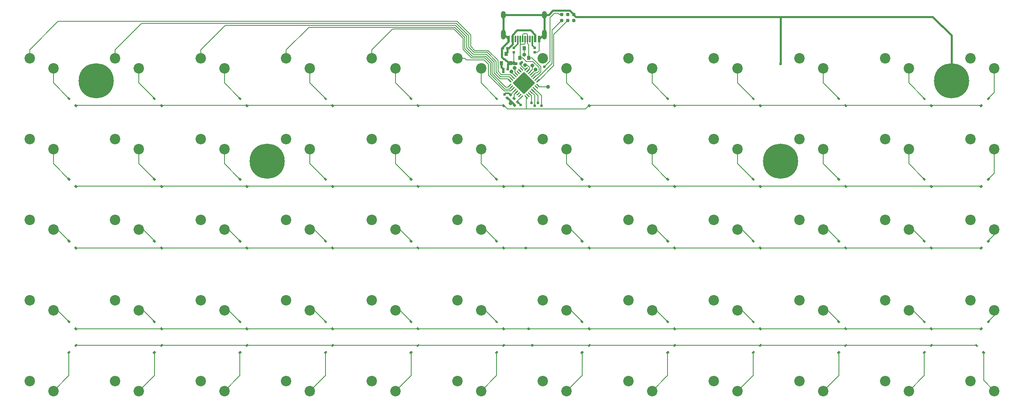
<source format=gbl>
G04 #@! TF.GenerationSoftware,KiCad,Pcbnew,5.1.5+dfsg1-2build2*
G04 #@! TF.CreationDate,2021-05-19T21:40:19+02:00*
G04 #@! TF.ProjectId,ortholinear-keyboard,6f727468-6f6c-4696-9e65-61722d6b6579,rev?*
G04 #@! TF.SameCoordinates,Original*
G04 #@! TF.FileFunction,Copper,L2,Bot*
G04 #@! TF.FilePolarity,Positive*
%FSLAX46Y46*%
G04 Gerber Fmt 4.6, Leading zero omitted, Abs format (unit mm)*
G04 Created by KiCad (PCBNEW 5.1.5+dfsg1-2build2) date 2021-05-19 21:40:19*
%MOMM*%
%LPD*%
G04 APERTURE LIST*
%ADD10C,2.200000*%
%ADD11R,0.800000X0.900000*%
%ADD12C,0.784860*%
%ADD13C,0.100000*%
%ADD14R,0.600000X0.500000*%
%ADD15R,0.600000X1.450000*%
%ADD16O,1.000000X2.100000*%
%ADD17O,1.000000X1.600000*%
%ADD18R,0.300000X1.450000*%
%ADD19C,7.400000*%
%ADD20R,0.500000X0.600000*%
%ADD21C,0.800000*%
%ADD22C,0.600000*%
%ADD23C,0.400000*%
%ADD24C,0.200000*%
%ADD25C,0.300000*%
G04 APERTURE END LIST*
D10*
X166000000Y-63900000D03*
X161000000Y-61800000D03*
X148000000Y-63900000D03*
X143000000Y-61800000D03*
X256000000Y-63900000D03*
X251000000Y-61800000D03*
X256000000Y-114900000D03*
X251000000Y-112800000D03*
X256000000Y-131900000D03*
X251000000Y-129800000D03*
X256000000Y-97900000D03*
X251000000Y-95800000D03*
X256000000Y-80900000D03*
X251000000Y-78800000D03*
X238000000Y-131900000D03*
X233000000Y-129800000D03*
X238000000Y-114900000D03*
X233000000Y-112800000D03*
X238000000Y-97900000D03*
X233000000Y-95800000D03*
X238000000Y-80900000D03*
X233000000Y-78800000D03*
X238000000Y-63900000D03*
X233000000Y-61800000D03*
X220000000Y-131900000D03*
X215000000Y-129800000D03*
X220000000Y-114900000D03*
X215000000Y-112800000D03*
X220000000Y-97900000D03*
X215000000Y-95800000D03*
X220000000Y-80900000D03*
X215000000Y-78800000D03*
X220000000Y-63900000D03*
X215000000Y-61800000D03*
X202000000Y-131900000D03*
X197000000Y-129800000D03*
X202000000Y-114900000D03*
X197000000Y-112800000D03*
X202000000Y-97900000D03*
X197000000Y-95800000D03*
X202000000Y-80900000D03*
X197000000Y-78800000D03*
X202000000Y-63900000D03*
X197000000Y-61800000D03*
X184000000Y-131900000D03*
X179000000Y-129800000D03*
X184000000Y-114900000D03*
X179000000Y-112800000D03*
X184000000Y-97900000D03*
X179000000Y-95800000D03*
X184000000Y-80900000D03*
X179000000Y-78800000D03*
X184000000Y-63900000D03*
X179000000Y-61800000D03*
X166000000Y-131900000D03*
X161000000Y-129800000D03*
X166000000Y-114900000D03*
X161000000Y-112800000D03*
X166000000Y-97900000D03*
X161000000Y-95800000D03*
X166000000Y-80900000D03*
X161000000Y-78800000D03*
X148000000Y-131900000D03*
X143000000Y-129800000D03*
X148000000Y-114900000D03*
X143000000Y-112800000D03*
X148000000Y-97900000D03*
X143000000Y-95800000D03*
X148000000Y-80900000D03*
X143000000Y-78800000D03*
X130000000Y-131900000D03*
X125000000Y-129800000D03*
X130000000Y-114900000D03*
X125000000Y-112800000D03*
X130000000Y-97900000D03*
X125000000Y-95800000D03*
X130000000Y-80900000D03*
X125000000Y-78800000D03*
X130000000Y-63900000D03*
X125000000Y-61800000D03*
X112000000Y-131900000D03*
X107000000Y-129800000D03*
X112000000Y-114900000D03*
X107000000Y-112800000D03*
X112000000Y-97900000D03*
X107000000Y-95800000D03*
X112000000Y-80900000D03*
X107000000Y-78800000D03*
X112000000Y-63900000D03*
X107000000Y-61800000D03*
X94000000Y-131900000D03*
X89000000Y-129800000D03*
X94000000Y-114900000D03*
X89000000Y-112800000D03*
X94000000Y-97900000D03*
X89000000Y-95800000D03*
X94000000Y-80900000D03*
X89000000Y-78800000D03*
X94000000Y-63900000D03*
X89000000Y-61800000D03*
X76000000Y-131900000D03*
X71000000Y-129800000D03*
X76000000Y-114900000D03*
X71000000Y-112800000D03*
X76000000Y-97900000D03*
X71000000Y-95800000D03*
X76000000Y-80900000D03*
X71000000Y-78800000D03*
X76000000Y-63900000D03*
X71000000Y-61800000D03*
X58000000Y-131900000D03*
X53000000Y-129800000D03*
X58000000Y-114900000D03*
X53000000Y-112800000D03*
X58000000Y-97900000D03*
X53000000Y-95800000D03*
X58000000Y-80900000D03*
X53000000Y-78800000D03*
X58000000Y-63900000D03*
X53000000Y-61800000D03*
D11*
X157100000Y-59700000D03*
X156150000Y-61700000D03*
X158050000Y-61700000D03*
D12*
X167520000Y-53820000D03*
X167520000Y-52550000D03*
X166250000Y-53820000D03*
X166250000Y-52550000D03*
X164980000Y-53820000D03*
X164980000Y-52550000D03*
D11*
X153250000Y-60850000D03*
X152300000Y-62850000D03*
X154200000Y-62850000D03*
G04 #@! TA.AperFunction,SMDPad,CuDef*
D13*
G36*
X157271291Y-69589452D02*
G01*
X157277358Y-69590352D01*
X157283308Y-69591842D01*
X157289083Y-69593909D01*
X157294627Y-69596531D01*
X157299888Y-69599684D01*
X157304815Y-69603338D01*
X157309359Y-69607457D01*
X157839689Y-70137787D01*
X157843808Y-70142331D01*
X157847462Y-70147258D01*
X157850615Y-70152519D01*
X157853237Y-70158063D01*
X157855304Y-70163838D01*
X157856794Y-70169788D01*
X157857694Y-70175855D01*
X157857995Y-70181981D01*
X157857694Y-70188107D01*
X157856794Y-70194174D01*
X157855304Y-70200124D01*
X157853237Y-70205899D01*
X157850615Y-70211443D01*
X157847462Y-70216704D01*
X157843808Y-70221631D01*
X157839689Y-70226175D01*
X157751301Y-70314563D01*
X157746757Y-70318682D01*
X157741830Y-70322336D01*
X157736569Y-70325489D01*
X157731025Y-70328111D01*
X157725250Y-70330178D01*
X157719300Y-70331668D01*
X157713233Y-70332568D01*
X157707107Y-70332869D01*
X157700981Y-70332568D01*
X157694914Y-70331668D01*
X157688964Y-70330178D01*
X157683189Y-70328111D01*
X157677645Y-70325489D01*
X157672384Y-70322336D01*
X157667457Y-70318682D01*
X157662913Y-70314563D01*
X157132583Y-69784233D01*
X157128464Y-69779689D01*
X157124810Y-69774762D01*
X157121657Y-69769501D01*
X157119035Y-69763957D01*
X157116968Y-69758182D01*
X157115478Y-69752232D01*
X157114578Y-69746165D01*
X157114277Y-69740039D01*
X157114578Y-69733913D01*
X157115478Y-69727846D01*
X157116968Y-69721896D01*
X157119035Y-69716121D01*
X157121657Y-69710577D01*
X157124810Y-69705316D01*
X157128464Y-69700389D01*
X157132583Y-69695845D01*
X157220971Y-69607457D01*
X157225515Y-69603338D01*
X157230442Y-69599684D01*
X157235703Y-69596531D01*
X157241247Y-69593909D01*
X157247022Y-69591842D01*
X157252972Y-69590352D01*
X157259039Y-69589452D01*
X157265165Y-69589151D01*
X157271291Y-69589452D01*
G37*
G04 #@! TD.AperFunction*
G04 #@! TA.AperFunction,SMDPad,CuDef*
G36*
X157624844Y-69235898D02*
G01*
X157630911Y-69236798D01*
X157636861Y-69238288D01*
X157642636Y-69240355D01*
X157648180Y-69242977D01*
X157653441Y-69246130D01*
X157658368Y-69249784D01*
X157662912Y-69253903D01*
X158193242Y-69784233D01*
X158197361Y-69788777D01*
X158201015Y-69793704D01*
X158204168Y-69798965D01*
X158206790Y-69804509D01*
X158208857Y-69810284D01*
X158210347Y-69816234D01*
X158211247Y-69822301D01*
X158211548Y-69828427D01*
X158211247Y-69834553D01*
X158210347Y-69840620D01*
X158208857Y-69846570D01*
X158206790Y-69852345D01*
X158204168Y-69857889D01*
X158201015Y-69863150D01*
X158197361Y-69868077D01*
X158193242Y-69872621D01*
X158104854Y-69961009D01*
X158100310Y-69965128D01*
X158095383Y-69968782D01*
X158090122Y-69971935D01*
X158084578Y-69974557D01*
X158078803Y-69976624D01*
X158072853Y-69978114D01*
X158066786Y-69979014D01*
X158060660Y-69979315D01*
X158054534Y-69979014D01*
X158048467Y-69978114D01*
X158042517Y-69976624D01*
X158036742Y-69974557D01*
X158031198Y-69971935D01*
X158025937Y-69968782D01*
X158021010Y-69965128D01*
X158016466Y-69961009D01*
X157486136Y-69430679D01*
X157482017Y-69426135D01*
X157478363Y-69421208D01*
X157475210Y-69415947D01*
X157472588Y-69410403D01*
X157470521Y-69404628D01*
X157469031Y-69398678D01*
X157468131Y-69392611D01*
X157467830Y-69386485D01*
X157468131Y-69380359D01*
X157469031Y-69374292D01*
X157470521Y-69368342D01*
X157472588Y-69362567D01*
X157475210Y-69357023D01*
X157478363Y-69351762D01*
X157482017Y-69346835D01*
X157486136Y-69342291D01*
X157574524Y-69253903D01*
X157579068Y-69249784D01*
X157583995Y-69246130D01*
X157589256Y-69242977D01*
X157594800Y-69240355D01*
X157600575Y-69238288D01*
X157606525Y-69236798D01*
X157612592Y-69235898D01*
X157618718Y-69235597D01*
X157624844Y-69235898D01*
G37*
G04 #@! TD.AperFunction*
G04 #@! TA.AperFunction,SMDPad,CuDef*
G36*
X157978398Y-68882345D02*
G01*
X157984465Y-68883245D01*
X157990415Y-68884735D01*
X157996190Y-68886802D01*
X158001734Y-68889424D01*
X158006995Y-68892577D01*
X158011922Y-68896231D01*
X158016466Y-68900350D01*
X158546796Y-69430680D01*
X158550915Y-69435224D01*
X158554569Y-69440151D01*
X158557722Y-69445412D01*
X158560344Y-69450956D01*
X158562411Y-69456731D01*
X158563901Y-69462681D01*
X158564801Y-69468748D01*
X158565102Y-69474874D01*
X158564801Y-69481000D01*
X158563901Y-69487067D01*
X158562411Y-69493017D01*
X158560344Y-69498792D01*
X158557722Y-69504336D01*
X158554569Y-69509597D01*
X158550915Y-69514524D01*
X158546796Y-69519068D01*
X158458408Y-69607456D01*
X158453864Y-69611575D01*
X158448937Y-69615229D01*
X158443676Y-69618382D01*
X158438132Y-69621004D01*
X158432357Y-69623071D01*
X158426407Y-69624561D01*
X158420340Y-69625461D01*
X158414214Y-69625762D01*
X158408088Y-69625461D01*
X158402021Y-69624561D01*
X158396071Y-69623071D01*
X158390296Y-69621004D01*
X158384752Y-69618382D01*
X158379491Y-69615229D01*
X158374564Y-69611575D01*
X158370020Y-69607456D01*
X157839690Y-69077126D01*
X157835571Y-69072582D01*
X157831917Y-69067655D01*
X157828764Y-69062394D01*
X157826142Y-69056850D01*
X157824075Y-69051075D01*
X157822585Y-69045125D01*
X157821685Y-69039058D01*
X157821384Y-69032932D01*
X157821685Y-69026806D01*
X157822585Y-69020739D01*
X157824075Y-69014789D01*
X157826142Y-69009014D01*
X157828764Y-69003470D01*
X157831917Y-68998209D01*
X157835571Y-68993282D01*
X157839690Y-68988738D01*
X157928078Y-68900350D01*
X157932622Y-68896231D01*
X157937549Y-68892577D01*
X157942810Y-68889424D01*
X157948354Y-68886802D01*
X157954129Y-68884735D01*
X157960079Y-68883245D01*
X157966146Y-68882345D01*
X157972272Y-68882044D01*
X157978398Y-68882345D01*
G37*
G04 #@! TD.AperFunction*
G04 #@! TA.AperFunction,SMDPad,CuDef*
G36*
X158331951Y-68528791D02*
G01*
X158338018Y-68529691D01*
X158343968Y-68531181D01*
X158349743Y-68533248D01*
X158355287Y-68535870D01*
X158360548Y-68539023D01*
X158365475Y-68542677D01*
X158370019Y-68546796D01*
X158900349Y-69077126D01*
X158904468Y-69081670D01*
X158908122Y-69086597D01*
X158911275Y-69091858D01*
X158913897Y-69097402D01*
X158915964Y-69103177D01*
X158917454Y-69109127D01*
X158918354Y-69115194D01*
X158918655Y-69121320D01*
X158918354Y-69127446D01*
X158917454Y-69133513D01*
X158915964Y-69139463D01*
X158913897Y-69145238D01*
X158911275Y-69150782D01*
X158908122Y-69156043D01*
X158904468Y-69160970D01*
X158900349Y-69165514D01*
X158811961Y-69253902D01*
X158807417Y-69258021D01*
X158802490Y-69261675D01*
X158797229Y-69264828D01*
X158791685Y-69267450D01*
X158785910Y-69269517D01*
X158779960Y-69271007D01*
X158773893Y-69271907D01*
X158767767Y-69272208D01*
X158761641Y-69271907D01*
X158755574Y-69271007D01*
X158749624Y-69269517D01*
X158743849Y-69267450D01*
X158738305Y-69264828D01*
X158733044Y-69261675D01*
X158728117Y-69258021D01*
X158723573Y-69253902D01*
X158193243Y-68723572D01*
X158189124Y-68719028D01*
X158185470Y-68714101D01*
X158182317Y-68708840D01*
X158179695Y-68703296D01*
X158177628Y-68697521D01*
X158176138Y-68691571D01*
X158175238Y-68685504D01*
X158174937Y-68679378D01*
X158175238Y-68673252D01*
X158176138Y-68667185D01*
X158177628Y-68661235D01*
X158179695Y-68655460D01*
X158182317Y-68649916D01*
X158185470Y-68644655D01*
X158189124Y-68639728D01*
X158193243Y-68635184D01*
X158281631Y-68546796D01*
X158286175Y-68542677D01*
X158291102Y-68539023D01*
X158296363Y-68535870D01*
X158301907Y-68533248D01*
X158307682Y-68531181D01*
X158313632Y-68529691D01*
X158319699Y-68528791D01*
X158325825Y-68528490D01*
X158331951Y-68528791D01*
G37*
G04 #@! TD.AperFunction*
G04 #@! TA.AperFunction,SMDPad,CuDef*
G36*
X158685504Y-68175238D02*
G01*
X158691571Y-68176138D01*
X158697521Y-68177628D01*
X158703296Y-68179695D01*
X158708840Y-68182317D01*
X158714101Y-68185470D01*
X158719028Y-68189124D01*
X158723572Y-68193243D01*
X159253902Y-68723573D01*
X159258021Y-68728117D01*
X159261675Y-68733044D01*
X159264828Y-68738305D01*
X159267450Y-68743849D01*
X159269517Y-68749624D01*
X159271007Y-68755574D01*
X159271907Y-68761641D01*
X159272208Y-68767767D01*
X159271907Y-68773893D01*
X159271007Y-68779960D01*
X159269517Y-68785910D01*
X159267450Y-68791685D01*
X159264828Y-68797229D01*
X159261675Y-68802490D01*
X159258021Y-68807417D01*
X159253902Y-68811961D01*
X159165514Y-68900349D01*
X159160970Y-68904468D01*
X159156043Y-68908122D01*
X159150782Y-68911275D01*
X159145238Y-68913897D01*
X159139463Y-68915964D01*
X159133513Y-68917454D01*
X159127446Y-68918354D01*
X159121320Y-68918655D01*
X159115194Y-68918354D01*
X159109127Y-68917454D01*
X159103177Y-68915964D01*
X159097402Y-68913897D01*
X159091858Y-68911275D01*
X159086597Y-68908122D01*
X159081670Y-68904468D01*
X159077126Y-68900349D01*
X158546796Y-68370019D01*
X158542677Y-68365475D01*
X158539023Y-68360548D01*
X158535870Y-68355287D01*
X158533248Y-68349743D01*
X158531181Y-68343968D01*
X158529691Y-68338018D01*
X158528791Y-68331951D01*
X158528490Y-68325825D01*
X158528791Y-68319699D01*
X158529691Y-68313632D01*
X158531181Y-68307682D01*
X158533248Y-68301907D01*
X158535870Y-68296363D01*
X158539023Y-68291102D01*
X158542677Y-68286175D01*
X158546796Y-68281631D01*
X158635184Y-68193243D01*
X158639728Y-68189124D01*
X158644655Y-68185470D01*
X158649916Y-68182317D01*
X158655460Y-68179695D01*
X158661235Y-68177628D01*
X158667185Y-68176138D01*
X158673252Y-68175238D01*
X158679378Y-68174937D01*
X158685504Y-68175238D01*
G37*
G04 #@! TD.AperFunction*
G04 #@! TA.AperFunction,SMDPad,CuDef*
G36*
X159039058Y-67821685D02*
G01*
X159045125Y-67822585D01*
X159051075Y-67824075D01*
X159056850Y-67826142D01*
X159062394Y-67828764D01*
X159067655Y-67831917D01*
X159072582Y-67835571D01*
X159077126Y-67839690D01*
X159607456Y-68370020D01*
X159611575Y-68374564D01*
X159615229Y-68379491D01*
X159618382Y-68384752D01*
X159621004Y-68390296D01*
X159623071Y-68396071D01*
X159624561Y-68402021D01*
X159625461Y-68408088D01*
X159625762Y-68414214D01*
X159625461Y-68420340D01*
X159624561Y-68426407D01*
X159623071Y-68432357D01*
X159621004Y-68438132D01*
X159618382Y-68443676D01*
X159615229Y-68448937D01*
X159611575Y-68453864D01*
X159607456Y-68458408D01*
X159519068Y-68546796D01*
X159514524Y-68550915D01*
X159509597Y-68554569D01*
X159504336Y-68557722D01*
X159498792Y-68560344D01*
X159493017Y-68562411D01*
X159487067Y-68563901D01*
X159481000Y-68564801D01*
X159474874Y-68565102D01*
X159468748Y-68564801D01*
X159462681Y-68563901D01*
X159456731Y-68562411D01*
X159450956Y-68560344D01*
X159445412Y-68557722D01*
X159440151Y-68554569D01*
X159435224Y-68550915D01*
X159430680Y-68546796D01*
X158900350Y-68016466D01*
X158896231Y-68011922D01*
X158892577Y-68006995D01*
X158889424Y-68001734D01*
X158886802Y-67996190D01*
X158884735Y-67990415D01*
X158883245Y-67984465D01*
X158882345Y-67978398D01*
X158882044Y-67972272D01*
X158882345Y-67966146D01*
X158883245Y-67960079D01*
X158884735Y-67954129D01*
X158886802Y-67948354D01*
X158889424Y-67942810D01*
X158892577Y-67937549D01*
X158896231Y-67932622D01*
X158900350Y-67928078D01*
X158988738Y-67839690D01*
X158993282Y-67835571D01*
X158998209Y-67831917D01*
X159003470Y-67828764D01*
X159009014Y-67826142D01*
X159014789Y-67824075D01*
X159020739Y-67822585D01*
X159026806Y-67821685D01*
X159032932Y-67821384D01*
X159039058Y-67821685D01*
G37*
G04 #@! TD.AperFunction*
G04 #@! TA.AperFunction,SMDPad,CuDef*
G36*
X159392611Y-67468131D02*
G01*
X159398678Y-67469031D01*
X159404628Y-67470521D01*
X159410403Y-67472588D01*
X159415947Y-67475210D01*
X159421208Y-67478363D01*
X159426135Y-67482017D01*
X159430679Y-67486136D01*
X159961009Y-68016466D01*
X159965128Y-68021010D01*
X159968782Y-68025937D01*
X159971935Y-68031198D01*
X159974557Y-68036742D01*
X159976624Y-68042517D01*
X159978114Y-68048467D01*
X159979014Y-68054534D01*
X159979315Y-68060660D01*
X159979014Y-68066786D01*
X159978114Y-68072853D01*
X159976624Y-68078803D01*
X159974557Y-68084578D01*
X159971935Y-68090122D01*
X159968782Y-68095383D01*
X159965128Y-68100310D01*
X159961009Y-68104854D01*
X159872621Y-68193242D01*
X159868077Y-68197361D01*
X159863150Y-68201015D01*
X159857889Y-68204168D01*
X159852345Y-68206790D01*
X159846570Y-68208857D01*
X159840620Y-68210347D01*
X159834553Y-68211247D01*
X159828427Y-68211548D01*
X159822301Y-68211247D01*
X159816234Y-68210347D01*
X159810284Y-68208857D01*
X159804509Y-68206790D01*
X159798965Y-68204168D01*
X159793704Y-68201015D01*
X159788777Y-68197361D01*
X159784233Y-68193242D01*
X159253903Y-67662912D01*
X159249784Y-67658368D01*
X159246130Y-67653441D01*
X159242977Y-67648180D01*
X159240355Y-67642636D01*
X159238288Y-67636861D01*
X159236798Y-67630911D01*
X159235898Y-67624844D01*
X159235597Y-67618718D01*
X159235898Y-67612592D01*
X159236798Y-67606525D01*
X159238288Y-67600575D01*
X159240355Y-67594800D01*
X159242977Y-67589256D01*
X159246130Y-67583995D01*
X159249784Y-67579068D01*
X159253903Y-67574524D01*
X159342291Y-67486136D01*
X159346835Y-67482017D01*
X159351762Y-67478363D01*
X159357023Y-67475210D01*
X159362567Y-67472588D01*
X159368342Y-67470521D01*
X159374292Y-67469031D01*
X159380359Y-67468131D01*
X159386485Y-67467830D01*
X159392611Y-67468131D01*
G37*
G04 #@! TD.AperFunction*
G04 #@! TA.AperFunction,SMDPad,CuDef*
G36*
X159746165Y-67114578D02*
G01*
X159752232Y-67115478D01*
X159758182Y-67116968D01*
X159763957Y-67119035D01*
X159769501Y-67121657D01*
X159774762Y-67124810D01*
X159779689Y-67128464D01*
X159784233Y-67132583D01*
X160314563Y-67662913D01*
X160318682Y-67667457D01*
X160322336Y-67672384D01*
X160325489Y-67677645D01*
X160328111Y-67683189D01*
X160330178Y-67688964D01*
X160331668Y-67694914D01*
X160332568Y-67700981D01*
X160332869Y-67707107D01*
X160332568Y-67713233D01*
X160331668Y-67719300D01*
X160330178Y-67725250D01*
X160328111Y-67731025D01*
X160325489Y-67736569D01*
X160322336Y-67741830D01*
X160318682Y-67746757D01*
X160314563Y-67751301D01*
X160226175Y-67839689D01*
X160221631Y-67843808D01*
X160216704Y-67847462D01*
X160211443Y-67850615D01*
X160205899Y-67853237D01*
X160200124Y-67855304D01*
X160194174Y-67856794D01*
X160188107Y-67857694D01*
X160181981Y-67857995D01*
X160175855Y-67857694D01*
X160169788Y-67856794D01*
X160163838Y-67855304D01*
X160158063Y-67853237D01*
X160152519Y-67850615D01*
X160147258Y-67847462D01*
X160142331Y-67843808D01*
X160137787Y-67839689D01*
X159607457Y-67309359D01*
X159603338Y-67304815D01*
X159599684Y-67299888D01*
X159596531Y-67294627D01*
X159593909Y-67289083D01*
X159591842Y-67283308D01*
X159590352Y-67277358D01*
X159589452Y-67271291D01*
X159589151Y-67265165D01*
X159589452Y-67259039D01*
X159590352Y-67252972D01*
X159591842Y-67247022D01*
X159593909Y-67241247D01*
X159596531Y-67235703D01*
X159599684Y-67230442D01*
X159603338Y-67225515D01*
X159607457Y-67220971D01*
X159695845Y-67132583D01*
X159700389Y-67128464D01*
X159705316Y-67124810D01*
X159710577Y-67121657D01*
X159716121Y-67119035D01*
X159721896Y-67116968D01*
X159727846Y-67115478D01*
X159733913Y-67114578D01*
X159740039Y-67114277D01*
X159746165Y-67114578D01*
G37*
G04 #@! TD.AperFunction*
G04 #@! TA.AperFunction,SMDPad,CuDef*
G36*
X160188107Y-66142306D02*
G01*
X160194174Y-66143206D01*
X160200124Y-66144696D01*
X160205899Y-66146763D01*
X160211443Y-66149385D01*
X160216704Y-66152538D01*
X160221631Y-66156192D01*
X160226175Y-66160311D01*
X160314563Y-66248699D01*
X160318682Y-66253243D01*
X160322336Y-66258170D01*
X160325489Y-66263431D01*
X160328111Y-66268975D01*
X160330178Y-66274750D01*
X160331668Y-66280700D01*
X160332568Y-66286767D01*
X160332869Y-66292893D01*
X160332568Y-66299019D01*
X160331668Y-66305086D01*
X160330178Y-66311036D01*
X160328111Y-66316811D01*
X160325489Y-66322355D01*
X160322336Y-66327616D01*
X160318682Y-66332543D01*
X160314563Y-66337087D01*
X159784233Y-66867417D01*
X159779689Y-66871536D01*
X159774762Y-66875190D01*
X159769501Y-66878343D01*
X159763957Y-66880965D01*
X159758182Y-66883032D01*
X159752232Y-66884522D01*
X159746165Y-66885422D01*
X159740039Y-66885723D01*
X159733913Y-66885422D01*
X159727846Y-66884522D01*
X159721896Y-66883032D01*
X159716121Y-66880965D01*
X159710577Y-66878343D01*
X159705316Y-66875190D01*
X159700389Y-66871536D01*
X159695845Y-66867417D01*
X159607457Y-66779029D01*
X159603338Y-66774485D01*
X159599684Y-66769558D01*
X159596531Y-66764297D01*
X159593909Y-66758753D01*
X159591842Y-66752978D01*
X159590352Y-66747028D01*
X159589452Y-66740961D01*
X159589151Y-66734835D01*
X159589452Y-66728709D01*
X159590352Y-66722642D01*
X159591842Y-66716692D01*
X159593909Y-66710917D01*
X159596531Y-66705373D01*
X159599684Y-66700112D01*
X159603338Y-66695185D01*
X159607457Y-66690641D01*
X160137787Y-66160311D01*
X160142331Y-66156192D01*
X160147258Y-66152538D01*
X160152519Y-66149385D01*
X160158063Y-66146763D01*
X160163838Y-66144696D01*
X160169788Y-66143206D01*
X160175855Y-66142306D01*
X160181981Y-66142005D01*
X160188107Y-66142306D01*
G37*
G04 #@! TD.AperFunction*
G04 #@! TA.AperFunction,SMDPad,CuDef*
G36*
X159834553Y-65788753D02*
G01*
X159840620Y-65789653D01*
X159846570Y-65791143D01*
X159852345Y-65793210D01*
X159857889Y-65795832D01*
X159863150Y-65798985D01*
X159868077Y-65802639D01*
X159872621Y-65806758D01*
X159961009Y-65895146D01*
X159965128Y-65899690D01*
X159968782Y-65904617D01*
X159971935Y-65909878D01*
X159974557Y-65915422D01*
X159976624Y-65921197D01*
X159978114Y-65927147D01*
X159979014Y-65933214D01*
X159979315Y-65939340D01*
X159979014Y-65945466D01*
X159978114Y-65951533D01*
X159976624Y-65957483D01*
X159974557Y-65963258D01*
X159971935Y-65968802D01*
X159968782Y-65974063D01*
X159965128Y-65978990D01*
X159961009Y-65983534D01*
X159430679Y-66513864D01*
X159426135Y-66517983D01*
X159421208Y-66521637D01*
X159415947Y-66524790D01*
X159410403Y-66527412D01*
X159404628Y-66529479D01*
X159398678Y-66530969D01*
X159392611Y-66531869D01*
X159386485Y-66532170D01*
X159380359Y-66531869D01*
X159374292Y-66530969D01*
X159368342Y-66529479D01*
X159362567Y-66527412D01*
X159357023Y-66524790D01*
X159351762Y-66521637D01*
X159346835Y-66517983D01*
X159342291Y-66513864D01*
X159253903Y-66425476D01*
X159249784Y-66420932D01*
X159246130Y-66416005D01*
X159242977Y-66410744D01*
X159240355Y-66405200D01*
X159238288Y-66399425D01*
X159236798Y-66393475D01*
X159235898Y-66387408D01*
X159235597Y-66381282D01*
X159235898Y-66375156D01*
X159236798Y-66369089D01*
X159238288Y-66363139D01*
X159240355Y-66357364D01*
X159242977Y-66351820D01*
X159246130Y-66346559D01*
X159249784Y-66341632D01*
X159253903Y-66337088D01*
X159784233Y-65806758D01*
X159788777Y-65802639D01*
X159793704Y-65798985D01*
X159798965Y-65795832D01*
X159804509Y-65793210D01*
X159810284Y-65791143D01*
X159816234Y-65789653D01*
X159822301Y-65788753D01*
X159828427Y-65788452D01*
X159834553Y-65788753D01*
G37*
G04 #@! TD.AperFunction*
G04 #@! TA.AperFunction,SMDPad,CuDef*
G36*
X159481000Y-65435199D02*
G01*
X159487067Y-65436099D01*
X159493017Y-65437589D01*
X159498792Y-65439656D01*
X159504336Y-65442278D01*
X159509597Y-65445431D01*
X159514524Y-65449085D01*
X159519068Y-65453204D01*
X159607456Y-65541592D01*
X159611575Y-65546136D01*
X159615229Y-65551063D01*
X159618382Y-65556324D01*
X159621004Y-65561868D01*
X159623071Y-65567643D01*
X159624561Y-65573593D01*
X159625461Y-65579660D01*
X159625762Y-65585786D01*
X159625461Y-65591912D01*
X159624561Y-65597979D01*
X159623071Y-65603929D01*
X159621004Y-65609704D01*
X159618382Y-65615248D01*
X159615229Y-65620509D01*
X159611575Y-65625436D01*
X159607456Y-65629980D01*
X159077126Y-66160310D01*
X159072582Y-66164429D01*
X159067655Y-66168083D01*
X159062394Y-66171236D01*
X159056850Y-66173858D01*
X159051075Y-66175925D01*
X159045125Y-66177415D01*
X159039058Y-66178315D01*
X159032932Y-66178616D01*
X159026806Y-66178315D01*
X159020739Y-66177415D01*
X159014789Y-66175925D01*
X159009014Y-66173858D01*
X159003470Y-66171236D01*
X158998209Y-66168083D01*
X158993282Y-66164429D01*
X158988738Y-66160310D01*
X158900350Y-66071922D01*
X158896231Y-66067378D01*
X158892577Y-66062451D01*
X158889424Y-66057190D01*
X158886802Y-66051646D01*
X158884735Y-66045871D01*
X158883245Y-66039921D01*
X158882345Y-66033854D01*
X158882044Y-66027728D01*
X158882345Y-66021602D01*
X158883245Y-66015535D01*
X158884735Y-66009585D01*
X158886802Y-66003810D01*
X158889424Y-65998266D01*
X158892577Y-65993005D01*
X158896231Y-65988078D01*
X158900350Y-65983534D01*
X159430680Y-65453204D01*
X159435224Y-65449085D01*
X159440151Y-65445431D01*
X159445412Y-65442278D01*
X159450956Y-65439656D01*
X159456731Y-65437589D01*
X159462681Y-65436099D01*
X159468748Y-65435199D01*
X159474874Y-65434898D01*
X159481000Y-65435199D01*
G37*
G04 #@! TD.AperFunction*
G04 #@! TA.AperFunction,SMDPad,CuDef*
G36*
X159127446Y-65081646D02*
G01*
X159133513Y-65082546D01*
X159139463Y-65084036D01*
X159145238Y-65086103D01*
X159150782Y-65088725D01*
X159156043Y-65091878D01*
X159160970Y-65095532D01*
X159165514Y-65099651D01*
X159253902Y-65188039D01*
X159258021Y-65192583D01*
X159261675Y-65197510D01*
X159264828Y-65202771D01*
X159267450Y-65208315D01*
X159269517Y-65214090D01*
X159271007Y-65220040D01*
X159271907Y-65226107D01*
X159272208Y-65232233D01*
X159271907Y-65238359D01*
X159271007Y-65244426D01*
X159269517Y-65250376D01*
X159267450Y-65256151D01*
X159264828Y-65261695D01*
X159261675Y-65266956D01*
X159258021Y-65271883D01*
X159253902Y-65276427D01*
X158723572Y-65806757D01*
X158719028Y-65810876D01*
X158714101Y-65814530D01*
X158708840Y-65817683D01*
X158703296Y-65820305D01*
X158697521Y-65822372D01*
X158691571Y-65823862D01*
X158685504Y-65824762D01*
X158679378Y-65825063D01*
X158673252Y-65824762D01*
X158667185Y-65823862D01*
X158661235Y-65822372D01*
X158655460Y-65820305D01*
X158649916Y-65817683D01*
X158644655Y-65814530D01*
X158639728Y-65810876D01*
X158635184Y-65806757D01*
X158546796Y-65718369D01*
X158542677Y-65713825D01*
X158539023Y-65708898D01*
X158535870Y-65703637D01*
X158533248Y-65698093D01*
X158531181Y-65692318D01*
X158529691Y-65686368D01*
X158528791Y-65680301D01*
X158528490Y-65674175D01*
X158528791Y-65668049D01*
X158529691Y-65661982D01*
X158531181Y-65656032D01*
X158533248Y-65650257D01*
X158535870Y-65644713D01*
X158539023Y-65639452D01*
X158542677Y-65634525D01*
X158546796Y-65629981D01*
X159077126Y-65099651D01*
X159081670Y-65095532D01*
X159086597Y-65091878D01*
X159091858Y-65088725D01*
X159097402Y-65086103D01*
X159103177Y-65084036D01*
X159109127Y-65082546D01*
X159115194Y-65081646D01*
X159121320Y-65081345D01*
X159127446Y-65081646D01*
G37*
G04 #@! TD.AperFunction*
G04 #@! TA.AperFunction,SMDPad,CuDef*
G36*
X158773893Y-64728093D02*
G01*
X158779960Y-64728993D01*
X158785910Y-64730483D01*
X158791685Y-64732550D01*
X158797229Y-64735172D01*
X158802490Y-64738325D01*
X158807417Y-64741979D01*
X158811961Y-64746098D01*
X158900349Y-64834486D01*
X158904468Y-64839030D01*
X158908122Y-64843957D01*
X158911275Y-64849218D01*
X158913897Y-64854762D01*
X158915964Y-64860537D01*
X158917454Y-64866487D01*
X158918354Y-64872554D01*
X158918655Y-64878680D01*
X158918354Y-64884806D01*
X158917454Y-64890873D01*
X158915964Y-64896823D01*
X158913897Y-64902598D01*
X158911275Y-64908142D01*
X158908122Y-64913403D01*
X158904468Y-64918330D01*
X158900349Y-64922874D01*
X158370019Y-65453204D01*
X158365475Y-65457323D01*
X158360548Y-65460977D01*
X158355287Y-65464130D01*
X158349743Y-65466752D01*
X158343968Y-65468819D01*
X158338018Y-65470309D01*
X158331951Y-65471209D01*
X158325825Y-65471510D01*
X158319699Y-65471209D01*
X158313632Y-65470309D01*
X158307682Y-65468819D01*
X158301907Y-65466752D01*
X158296363Y-65464130D01*
X158291102Y-65460977D01*
X158286175Y-65457323D01*
X158281631Y-65453204D01*
X158193243Y-65364816D01*
X158189124Y-65360272D01*
X158185470Y-65355345D01*
X158182317Y-65350084D01*
X158179695Y-65344540D01*
X158177628Y-65338765D01*
X158176138Y-65332815D01*
X158175238Y-65326748D01*
X158174937Y-65320622D01*
X158175238Y-65314496D01*
X158176138Y-65308429D01*
X158177628Y-65302479D01*
X158179695Y-65296704D01*
X158182317Y-65291160D01*
X158185470Y-65285899D01*
X158189124Y-65280972D01*
X158193243Y-65276428D01*
X158723573Y-64746098D01*
X158728117Y-64741979D01*
X158733044Y-64738325D01*
X158738305Y-64735172D01*
X158743849Y-64732550D01*
X158749624Y-64730483D01*
X158755574Y-64728993D01*
X158761641Y-64728093D01*
X158767767Y-64727792D01*
X158773893Y-64728093D01*
G37*
G04 #@! TD.AperFunction*
G04 #@! TA.AperFunction,SMDPad,CuDef*
G36*
X158420340Y-64374539D02*
G01*
X158426407Y-64375439D01*
X158432357Y-64376929D01*
X158438132Y-64378996D01*
X158443676Y-64381618D01*
X158448937Y-64384771D01*
X158453864Y-64388425D01*
X158458408Y-64392544D01*
X158546796Y-64480932D01*
X158550915Y-64485476D01*
X158554569Y-64490403D01*
X158557722Y-64495664D01*
X158560344Y-64501208D01*
X158562411Y-64506983D01*
X158563901Y-64512933D01*
X158564801Y-64519000D01*
X158565102Y-64525126D01*
X158564801Y-64531252D01*
X158563901Y-64537319D01*
X158562411Y-64543269D01*
X158560344Y-64549044D01*
X158557722Y-64554588D01*
X158554569Y-64559849D01*
X158550915Y-64564776D01*
X158546796Y-64569320D01*
X158016466Y-65099650D01*
X158011922Y-65103769D01*
X158006995Y-65107423D01*
X158001734Y-65110576D01*
X157996190Y-65113198D01*
X157990415Y-65115265D01*
X157984465Y-65116755D01*
X157978398Y-65117655D01*
X157972272Y-65117956D01*
X157966146Y-65117655D01*
X157960079Y-65116755D01*
X157954129Y-65115265D01*
X157948354Y-65113198D01*
X157942810Y-65110576D01*
X157937549Y-65107423D01*
X157932622Y-65103769D01*
X157928078Y-65099650D01*
X157839690Y-65011262D01*
X157835571Y-65006718D01*
X157831917Y-65001791D01*
X157828764Y-64996530D01*
X157826142Y-64990986D01*
X157824075Y-64985211D01*
X157822585Y-64979261D01*
X157821685Y-64973194D01*
X157821384Y-64967068D01*
X157821685Y-64960942D01*
X157822585Y-64954875D01*
X157824075Y-64948925D01*
X157826142Y-64943150D01*
X157828764Y-64937606D01*
X157831917Y-64932345D01*
X157835571Y-64927418D01*
X157839690Y-64922874D01*
X158370020Y-64392544D01*
X158374564Y-64388425D01*
X158379491Y-64384771D01*
X158384752Y-64381618D01*
X158390296Y-64378996D01*
X158396071Y-64376929D01*
X158402021Y-64375439D01*
X158408088Y-64374539D01*
X158414214Y-64374238D01*
X158420340Y-64374539D01*
G37*
G04 #@! TD.AperFunction*
G04 #@! TA.AperFunction,SMDPad,CuDef*
G36*
X158066786Y-64020986D02*
G01*
X158072853Y-64021886D01*
X158078803Y-64023376D01*
X158084578Y-64025443D01*
X158090122Y-64028065D01*
X158095383Y-64031218D01*
X158100310Y-64034872D01*
X158104854Y-64038991D01*
X158193242Y-64127379D01*
X158197361Y-64131923D01*
X158201015Y-64136850D01*
X158204168Y-64142111D01*
X158206790Y-64147655D01*
X158208857Y-64153430D01*
X158210347Y-64159380D01*
X158211247Y-64165447D01*
X158211548Y-64171573D01*
X158211247Y-64177699D01*
X158210347Y-64183766D01*
X158208857Y-64189716D01*
X158206790Y-64195491D01*
X158204168Y-64201035D01*
X158201015Y-64206296D01*
X158197361Y-64211223D01*
X158193242Y-64215767D01*
X157662912Y-64746097D01*
X157658368Y-64750216D01*
X157653441Y-64753870D01*
X157648180Y-64757023D01*
X157642636Y-64759645D01*
X157636861Y-64761712D01*
X157630911Y-64763202D01*
X157624844Y-64764102D01*
X157618718Y-64764403D01*
X157612592Y-64764102D01*
X157606525Y-64763202D01*
X157600575Y-64761712D01*
X157594800Y-64759645D01*
X157589256Y-64757023D01*
X157583995Y-64753870D01*
X157579068Y-64750216D01*
X157574524Y-64746097D01*
X157486136Y-64657709D01*
X157482017Y-64653165D01*
X157478363Y-64648238D01*
X157475210Y-64642977D01*
X157472588Y-64637433D01*
X157470521Y-64631658D01*
X157469031Y-64625708D01*
X157468131Y-64619641D01*
X157467830Y-64613515D01*
X157468131Y-64607389D01*
X157469031Y-64601322D01*
X157470521Y-64595372D01*
X157472588Y-64589597D01*
X157475210Y-64584053D01*
X157478363Y-64578792D01*
X157482017Y-64573865D01*
X157486136Y-64569321D01*
X158016466Y-64038991D01*
X158021010Y-64034872D01*
X158025937Y-64031218D01*
X158031198Y-64028065D01*
X158036742Y-64025443D01*
X158042517Y-64023376D01*
X158048467Y-64021886D01*
X158054534Y-64020986D01*
X158060660Y-64020685D01*
X158066786Y-64020986D01*
G37*
G04 #@! TD.AperFunction*
G04 #@! TA.AperFunction,SMDPad,CuDef*
G36*
X157713233Y-63667432D02*
G01*
X157719300Y-63668332D01*
X157725250Y-63669822D01*
X157731025Y-63671889D01*
X157736569Y-63674511D01*
X157741830Y-63677664D01*
X157746757Y-63681318D01*
X157751301Y-63685437D01*
X157839689Y-63773825D01*
X157843808Y-63778369D01*
X157847462Y-63783296D01*
X157850615Y-63788557D01*
X157853237Y-63794101D01*
X157855304Y-63799876D01*
X157856794Y-63805826D01*
X157857694Y-63811893D01*
X157857995Y-63818019D01*
X157857694Y-63824145D01*
X157856794Y-63830212D01*
X157855304Y-63836162D01*
X157853237Y-63841937D01*
X157850615Y-63847481D01*
X157847462Y-63852742D01*
X157843808Y-63857669D01*
X157839689Y-63862213D01*
X157309359Y-64392543D01*
X157304815Y-64396662D01*
X157299888Y-64400316D01*
X157294627Y-64403469D01*
X157289083Y-64406091D01*
X157283308Y-64408158D01*
X157277358Y-64409648D01*
X157271291Y-64410548D01*
X157265165Y-64410849D01*
X157259039Y-64410548D01*
X157252972Y-64409648D01*
X157247022Y-64408158D01*
X157241247Y-64406091D01*
X157235703Y-64403469D01*
X157230442Y-64400316D01*
X157225515Y-64396662D01*
X157220971Y-64392543D01*
X157132583Y-64304155D01*
X157128464Y-64299611D01*
X157124810Y-64294684D01*
X157121657Y-64289423D01*
X157119035Y-64283879D01*
X157116968Y-64278104D01*
X157115478Y-64272154D01*
X157114578Y-64266087D01*
X157114277Y-64259961D01*
X157114578Y-64253835D01*
X157115478Y-64247768D01*
X157116968Y-64241818D01*
X157119035Y-64236043D01*
X157121657Y-64230499D01*
X157124810Y-64225238D01*
X157128464Y-64220311D01*
X157132583Y-64215767D01*
X157662913Y-63685437D01*
X157667457Y-63681318D01*
X157672384Y-63677664D01*
X157677645Y-63674511D01*
X157683189Y-63671889D01*
X157688964Y-63669822D01*
X157694914Y-63668332D01*
X157700981Y-63667432D01*
X157707107Y-63667131D01*
X157713233Y-63667432D01*
G37*
G04 #@! TD.AperFunction*
G04 #@! TA.AperFunction,SMDPad,CuDef*
G36*
X156299019Y-63667432D02*
G01*
X156305086Y-63668332D01*
X156311036Y-63669822D01*
X156316811Y-63671889D01*
X156322355Y-63674511D01*
X156327616Y-63677664D01*
X156332543Y-63681318D01*
X156337087Y-63685437D01*
X156867417Y-64215767D01*
X156871536Y-64220311D01*
X156875190Y-64225238D01*
X156878343Y-64230499D01*
X156880965Y-64236043D01*
X156883032Y-64241818D01*
X156884522Y-64247768D01*
X156885422Y-64253835D01*
X156885723Y-64259961D01*
X156885422Y-64266087D01*
X156884522Y-64272154D01*
X156883032Y-64278104D01*
X156880965Y-64283879D01*
X156878343Y-64289423D01*
X156875190Y-64294684D01*
X156871536Y-64299611D01*
X156867417Y-64304155D01*
X156779029Y-64392543D01*
X156774485Y-64396662D01*
X156769558Y-64400316D01*
X156764297Y-64403469D01*
X156758753Y-64406091D01*
X156752978Y-64408158D01*
X156747028Y-64409648D01*
X156740961Y-64410548D01*
X156734835Y-64410849D01*
X156728709Y-64410548D01*
X156722642Y-64409648D01*
X156716692Y-64408158D01*
X156710917Y-64406091D01*
X156705373Y-64403469D01*
X156700112Y-64400316D01*
X156695185Y-64396662D01*
X156690641Y-64392543D01*
X156160311Y-63862213D01*
X156156192Y-63857669D01*
X156152538Y-63852742D01*
X156149385Y-63847481D01*
X156146763Y-63841937D01*
X156144696Y-63836162D01*
X156143206Y-63830212D01*
X156142306Y-63824145D01*
X156142005Y-63818019D01*
X156142306Y-63811893D01*
X156143206Y-63805826D01*
X156144696Y-63799876D01*
X156146763Y-63794101D01*
X156149385Y-63788557D01*
X156152538Y-63783296D01*
X156156192Y-63778369D01*
X156160311Y-63773825D01*
X156248699Y-63685437D01*
X156253243Y-63681318D01*
X156258170Y-63677664D01*
X156263431Y-63674511D01*
X156268975Y-63671889D01*
X156274750Y-63669822D01*
X156280700Y-63668332D01*
X156286767Y-63667432D01*
X156292893Y-63667131D01*
X156299019Y-63667432D01*
G37*
G04 #@! TD.AperFunction*
G04 #@! TA.AperFunction,SMDPad,CuDef*
G36*
X155945466Y-64020986D02*
G01*
X155951533Y-64021886D01*
X155957483Y-64023376D01*
X155963258Y-64025443D01*
X155968802Y-64028065D01*
X155974063Y-64031218D01*
X155978990Y-64034872D01*
X155983534Y-64038991D01*
X156513864Y-64569321D01*
X156517983Y-64573865D01*
X156521637Y-64578792D01*
X156524790Y-64584053D01*
X156527412Y-64589597D01*
X156529479Y-64595372D01*
X156530969Y-64601322D01*
X156531869Y-64607389D01*
X156532170Y-64613515D01*
X156531869Y-64619641D01*
X156530969Y-64625708D01*
X156529479Y-64631658D01*
X156527412Y-64637433D01*
X156524790Y-64642977D01*
X156521637Y-64648238D01*
X156517983Y-64653165D01*
X156513864Y-64657709D01*
X156425476Y-64746097D01*
X156420932Y-64750216D01*
X156416005Y-64753870D01*
X156410744Y-64757023D01*
X156405200Y-64759645D01*
X156399425Y-64761712D01*
X156393475Y-64763202D01*
X156387408Y-64764102D01*
X156381282Y-64764403D01*
X156375156Y-64764102D01*
X156369089Y-64763202D01*
X156363139Y-64761712D01*
X156357364Y-64759645D01*
X156351820Y-64757023D01*
X156346559Y-64753870D01*
X156341632Y-64750216D01*
X156337088Y-64746097D01*
X155806758Y-64215767D01*
X155802639Y-64211223D01*
X155798985Y-64206296D01*
X155795832Y-64201035D01*
X155793210Y-64195491D01*
X155791143Y-64189716D01*
X155789653Y-64183766D01*
X155788753Y-64177699D01*
X155788452Y-64171573D01*
X155788753Y-64165447D01*
X155789653Y-64159380D01*
X155791143Y-64153430D01*
X155793210Y-64147655D01*
X155795832Y-64142111D01*
X155798985Y-64136850D01*
X155802639Y-64131923D01*
X155806758Y-64127379D01*
X155895146Y-64038991D01*
X155899690Y-64034872D01*
X155904617Y-64031218D01*
X155909878Y-64028065D01*
X155915422Y-64025443D01*
X155921197Y-64023376D01*
X155927147Y-64021886D01*
X155933214Y-64020986D01*
X155939340Y-64020685D01*
X155945466Y-64020986D01*
G37*
G04 #@! TD.AperFunction*
G04 #@! TA.AperFunction,SMDPad,CuDef*
G36*
X155591912Y-64374539D02*
G01*
X155597979Y-64375439D01*
X155603929Y-64376929D01*
X155609704Y-64378996D01*
X155615248Y-64381618D01*
X155620509Y-64384771D01*
X155625436Y-64388425D01*
X155629980Y-64392544D01*
X156160310Y-64922874D01*
X156164429Y-64927418D01*
X156168083Y-64932345D01*
X156171236Y-64937606D01*
X156173858Y-64943150D01*
X156175925Y-64948925D01*
X156177415Y-64954875D01*
X156178315Y-64960942D01*
X156178616Y-64967068D01*
X156178315Y-64973194D01*
X156177415Y-64979261D01*
X156175925Y-64985211D01*
X156173858Y-64990986D01*
X156171236Y-64996530D01*
X156168083Y-65001791D01*
X156164429Y-65006718D01*
X156160310Y-65011262D01*
X156071922Y-65099650D01*
X156067378Y-65103769D01*
X156062451Y-65107423D01*
X156057190Y-65110576D01*
X156051646Y-65113198D01*
X156045871Y-65115265D01*
X156039921Y-65116755D01*
X156033854Y-65117655D01*
X156027728Y-65117956D01*
X156021602Y-65117655D01*
X156015535Y-65116755D01*
X156009585Y-65115265D01*
X156003810Y-65113198D01*
X155998266Y-65110576D01*
X155993005Y-65107423D01*
X155988078Y-65103769D01*
X155983534Y-65099650D01*
X155453204Y-64569320D01*
X155449085Y-64564776D01*
X155445431Y-64559849D01*
X155442278Y-64554588D01*
X155439656Y-64549044D01*
X155437589Y-64543269D01*
X155436099Y-64537319D01*
X155435199Y-64531252D01*
X155434898Y-64525126D01*
X155435199Y-64519000D01*
X155436099Y-64512933D01*
X155437589Y-64506983D01*
X155439656Y-64501208D01*
X155442278Y-64495664D01*
X155445431Y-64490403D01*
X155449085Y-64485476D01*
X155453204Y-64480932D01*
X155541592Y-64392544D01*
X155546136Y-64388425D01*
X155551063Y-64384771D01*
X155556324Y-64381618D01*
X155561868Y-64378996D01*
X155567643Y-64376929D01*
X155573593Y-64375439D01*
X155579660Y-64374539D01*
X155585786Y-64374238D01*
X155591912Y-64374539D01*
G37*
G04 #@! TD.AperFunction*
G04 #@! TA.AperFunction,SMDPad,CuDef*
G36*
X155238359Y-64728093D02*
G01*
X155244426Y-64728993D01*
X155250376Y-64730483D01*
X155256151Y-64732550D01*
X155261695Y-64735172D01*
X155266956Y-64738325D01*
X155271883Y-64741979D01*
X155276427Y-64746098D01*
X155806757Y-65276428D01*
X155810876Y-65280972D01*
X155814530Y-65285899D01*
X155817683Y-65291160D01*
X155820305Y-65296704D01*
X155822372Y-65302479D01*
X155823862Y-65308429D01*
X155824762Y-65314496D01*
X155825063Y-65320622D01*
X155824762Y-65326748D01*
X155823862Y-65332815D01*
X155822372Y-65338765D01*
X155820305Y-65344540D01*
X155817683Y-65350084D01*
X155814530Y-65355345D01*
X155810876Y-65360272D01*
X155806757Y-65364816D01*
X155718369Y-65453204D01*
X155713825Y-65457323D01*
X155708898Y-65460977D01*
X155703637Y-65464130D01*
X155698093Y-65466752D01*
X155692318Y-65468819D01*
X155686368Y-65470309D01*
X155680301Y-65471209D01*
X155674175Y-65471510D01*
X155668049Y-65471209D01*
X155661982Y-65470309D01*
X155656032Y-65468819D01*
X155650257Y-65466752D01*
X155644713Y-65464130D01*
X155639452Y-65460977D01*
X155634525Y-65457323D01*
X155629981Y-65453204D01*
X155099651Y-64922874D01*
X155095532Y-64918330D01*
X155091878Y-64913403D01*
X155088725Y-64908142D01*
X155086103Y-64902598D01*
X155084036Y-64896823D01*
X155082546Y-64890873D01*
X155081646Y-64884806D01*
X155081345Y-64878680D01*
X155081646Y-64872554D01*
X155082546Y-64866487D01*
X155084036Y-64860537D01*
X155086103Y-64854762D01*
X155088725Y-64849218D01*
X155091878Y-64843957D01*
X155095532Y-64839030D01*
X155099651Y-64834486D01*
X155188039Y-64746098D01*
X155192583Y-64741979D01*
X155197510Y-64738325D01*
X155202771Y-64735172D01*
X155208315Y-64732550D01*
X155214090Y-64730483D01*
X155220040Y-64728993D01*
X155226107Y-64728093D01*
X155232233Y-64727792D01*
X155238359Y-64728093D01*
G37*
G04 #@! TD.AperFunction*
G04 #@! TA.AperFunction,SMDPad,CuDef*
G36*
X154884806Y-65081646D02*
G01*
X154890873Y-65082546D01*
X154896823Y-65084036D01*
X154902598Y-65086103D01*
X154908142Y-65088725D01*
X154913403Y-65091878D01*
X154918330Y-65095532D01*
X154922874Y-65099651D01*
X155453204Y-65629981D01*
X155457323Y-65634525D01*
X155460977Y-65639452D01*
X155464130Y-65644713D01*
X155466752Y-65650257D01*
X155468819Y-65656032D01*
X155470309Y-65661982D01*
X155471209Y-65668049D01*
X155471510Y-65674175D01*
X155471209Y-65680301D01*
X155470309Y-65686368D01*
X155468819Y-65692318D01*
X155466752Y-65698093D01*
X155464130Y-65703637D01*
X155460977Y-65708898D01*
X155457323Y-65713825D01*
X155453204Y-65718369D01*
X155364816Y-65806757D01*
X155360272Y-65810876D01*
X155355345Y-65814530D01*
X155350084Y-65817683D01*
X155344540Y-65820305D01*
X155338765Y-65822372D01*
X155332815Y-65823862D01*
X155326748Y-65824762D01*
X155320622Y-65825063D01*
X155314496Y-65824762D01*
X155308429Y-65823862D01*
X155302479Y-65822372D01*
X155296704Y-65820305D01*
X155291160Y-65817683D01*
X155285899Y-65814530D01*
X155280972Y-65810876D01*
X155276428Y-65806757D01*
X154746098Y-65276427D01*
X154741979Y-65271883D01*
X154738325Y-65266956D01*
X154735172Y-65261695D01*
X154732550Y-65256151D01*
X154730483Y-65250376D01*
X154728993Y-65244426D01*
X154728093Y-65238359D01*
X154727792Y-65232233D01*
X154728093Y-65226107D01*
X154728993Y-65220040D01*
X154730483Y-65214090D01*
X154732550Y-65208315D01*
X154735172Y-65202771D01*
X154738325Y-65197510D01*
X154741979Y-65192583D01*
X154746098Y-65188039D01*
X154834486Y-65099651D01*
X154839030Y-65095532D01*
X154843957Y-65091878D01*
X154849218Y-65088725D01*
X154854762Y-65086103D01*
X154860537Y-65084036D01*
X154866487Y-65082546D01*
X154872554Y-65081646D01*
X154878680Y-65081345D01*
X154884806Y-65081646D01*
G37*
G04 #@! TD.AperFunction*
G04 #@! TA.AperFunction,SMDPad,CuDef*
G36*
X154531252Y-65435199D02*
G01*
X154537319Y-65436099D01*
X154543269Y-65437589D01*
X154549044Y-65439656D01*
X154554588Y-65442278D01*
X154559849Y-65445431D01*
X154564776Y-65449085D01*
X154569320Y-65453204D01*
X155099650Y-65983534D01*
X155103769Y-65988078D01*
X155107423Y-65993005D01*
X155110576Y-65998266D01*
X155113198Y-66003810D01*
X155115265Y-66009585D01*
X155116755Y-66015535D01*
X155117655Y-66021602D01*
X155117956Y-66027728D01*
X155117655Y-66033854D01*
X155116755Y-66039921D01*
X155115265Y-66045871D01*
X155113198Y-66051646D01*
X155110576Y-66057190D01*
X155107423Y-66062451D01*
X155103769Y-66067378D01*
X155099650Y-66071922D01*
X155011262Y-66160310D01*
X155006718Y-66164429D01*
X155001791Y-66168083D01*
X154996530Y-66171236D01*
X154990986Y-66173858D01*
X154985211Y-66175925D01*
X154979261Y-66177415D01*
X154973194Y-66178315D01*
X154967068Y-66178616D01*
X154960942Y-66178315D01*
X154954875Y-66177415D01*
X154948925Y-66175925D01*
X154943150Y-66173858D01*
X154937606Y-66171236D01*
X154932345Y-66168083D01*
X154927418Y-66164429D01*
X154922874Y-66160310D01*
X154392544Y-65629980D01*
X154388425Y-65625436D01*
X154384771Y-65620509D01*
X154381618Y-65615248D01*
X154378996Y-65609704D01*
X154376929Y-65603929D01*
X154375439Y-65597979D01*
X154374539Y-65591912D01*
X154374238Y-65585786D01*
X154374539Y-65579660D01*
X154375439Y-65573593D01*
X154376929Y-65567643D01*
X154378996Y-65561868D01*
X154381618Y-65556324D01*
X154384771Y-65551063D01*
X154388425Y-65546136D01*
X154392544Y-65541592D01*
X154480932Y-65453204D01*
X154485476Y-65449085D01*
X154490403Y-65445431D01*
X154495664Y-65442278D01*
X154501208Y-65439656D01*
X154506983Y-65437589D01*
X154512933Y-65436099D01*
X154519000Y-65435199D01*
X154525126Y-65434898D01*
X154531252Y-65435199D01*
G37*
G04 #@! TD.AperFunction*
G04 #@! TA.AperFunction,SMDPad,CuDef*
G36*
X154177699Y-65788753D02*
G01*
X154183766Y-65789653D01*
X154189716Y-65791143D01*
X154195491Y-65793210D01*
X154201035Y-65795832D01*
X154206296Y-65798985D01*
X154211223Y-65802639D01*
X154215767Y-65806758D01*
X154746097Y-66337088D01*
X154750216Y-66341632D01*
X154753870Y-66346559D01*
X154757023Y-66351820D01*
X154759645Y-66357364D01*
X154761712Y-66363139D01*
X154763202Y-66369089D01*
X154764102Y-66375156D01*
X154764403Y-66381282D01*
X154764102Y-66387408D01*
X154763202Y-66393475D01*
X154761712Y-66399425D01*
X154759645Y-66405200D01*
X154757023Y-66410744D01*
X154753870Y-66416005D01*
X154750216Y-66420932D01*
X154746097Y-66425476D01*
X154657709Y-66513864D01*
X154653165Y-66517983D01*
X154648238Y-66521637D01*
X154642977Y-66524790D01*
X154637433Y-66527412D01*
X154631658Y-66529479D01*
X154625708Y-66530969D01*
X154619641Y-66531869D01*
X154613515Y-66532170D01*
X154607389Y-66531869D01*
X154601322Y-66530969D01*
X154595372Y-66529479D01*
X154589597Y-66527412D01*
X154584053Y-66524790D01*
X154578792Y-66521637D01*
X154573865Y-66517983D01*
X154569321Y-66513864D01*
X154038991Y-65983534D01*
X154034872Y-65978990D01*
X154031218Y-65974063D01*
X154028065Y-65968802D01*
X154025443Y-65963258D01*
X154023376Y-65957483D01*
X154021886Y-65951533D01*
X154020986Y-65945466D01*
X154020685Y-65939340D01*
X154020986Y-65933214D01*
X154021886Y-65927147D01*
X154023376Y-65921197D01*
X154025443Y-65915422D01*
X154028065Y-65909878D01*
X154031218Y-65904617D01*
X154034872Y-65899690D01*
X154038991Y-65895146D01*
X154127379Y-65806758D01*
X154131923Y-65802639D01*
X154136850Y-65798985D01*
X154142111Y-65795832D01*
X154147655Y-65793210D01*
X154153430Y-65791143D01*
X154159380Y-65789653D01*
X154165447Y-65788753D01*
X154171573Y-65788452D01*
X154177699Y-65788753D01*
G37*
G04 #@! TD.AperFunction*
G04 #@! TA.AperFunction,SMDPad,CuDef*
G36*
X153824145Y-66142306D02*
G01*
X153830212Y-66143206D01*
X153836162Y-66144696D01*
X153841937Y-66146763D01*
X153847481Y-66149385D01*
X153852742Y-66152538D01*
X153857669Y-66156192D01*
X153862213Y-66160311D01*
X154392543Y-66690641D01*
X154396662Y-66695185D01*
X154400316Y-66700112D01*
X154403469Y-66705373D01*
X154406091Y-66710917D01*
X154408158Y-66716692D01*
X154409648Y-66722642D01*
X154410548Y-66728709D01*
X154410849Y-66734835D01*
X154410548Y-66740961D01*
X154409648Y-66747028D01*
X154408158Y-66752978D01*
X154406091Y-66758753D01*
X154403469Y-66764297D01*
X154400316Y-66769558D01*
X154396662Y-66774485D01*
X154392543Y-66779029D01*
X154304155Y-66867417D01*
X154299611Y-66871536D01*
X154294684Y-66875190D01*
X154289423Y-66878343D01*
X154283879Y-66880965D01*
X154278104Y-66883032D01*
X154272154Y-66884522D01*
X154266087Y-66885422D01*
X154259961Y-66885723D01*
X154253835Y-66885422D01*
X154247768Y-66884522D01*
X154241818Y-66883032D01*
X154236043Y-66880965D01*
X154230499Y-66878343D01*
X154225238Y-66875190D01*
X154220311Y-66871536D01*
X154215767Y-66867417D01*
X153685437Y-66337087D01*
X153681318Y-66332543D01*
X153677664Y-66327616D01*
X153674511Y-66322355D01*
X153671889Y-66316811D01*
X153669822Y-66311036D01*
X153668332Y-66305086D01*
X153667432Y-66299019D01*
X153667131Y-66292893D01*
X153667432Y-66286767D01*
X153668332Y-66280700D01*
X153669822Y-66274750D01*
X153671889Y-66268975D01*
X153674511Y-66263431D01*
X153677664Y-66258170D01*
X153681318Y-66253243D01*
X153685437Y-66248699D01*
X153773825Y-66160311D01*
X153778369Y-66156192D01*
X153783296Y-66152538D01*
X153788557Y-66149385D01*
X153794101Y-66146763D01*
X153799876Y-66144696D01*
X153805826Y-66143206D01*
X153811893Y-66142306D01*
X153818019Y-66142005D01*
X153824145Y-66142306D01*
G37*
G04 #@! TD.AperFunction*
G04 #@! TA.AperFunction,SMDPad,CuDef*
G36*
X154266087Y-67114578D02*
G01*
X154272154Y-67115478D01*
X154278104Y-67116968D01*
X154283879Y-67119035D01*
X154289423Y-67121657D01*
X154294684Y-67124810D01*
X154299611Y-67128464D01*
X154304155Y-67132583D01*
X154392543Y-67220971D01*
X154396662Y-67225515D01*
X154400316Y-67230442D01*
X154403469Y-67235703D01*
X154406091Y-67241247D01*
X154408158Y-67247022D01*
X154409648Y-67252972D01*
X154410548Y-67259039D01*
X154410849Y-67265165D01*
X154410548Y-67271291D01*
X154409648Y-67277358D01*
X154408158Y-67283308D01*
X154406091Y-67289083D01*
X154403469Y-67294627D01*
X154400316Y-67299888D01*
X154396662Y-67304815D01*
X154392543Y-67309359D01*
X153862213Y-67839689D01*
X153857669Y-67843808D01*
X153852742Y-67847462D01*
X153847481Y-67850615D01*
X153841937Y-67853237D01*
X153836162Y-67855304D01*
X153830212Y-67856794D01*
X153824145Y-67857694D01*
X153818019Y-67857995D01*
X153811893Y-67857694D01*
X153805826Y-67856794D01*
X153799876Y-67855304D01*
X153794101Y-67853237D01*
X153788557Y-67850615D01*
X153783296Y-67847462D01*
X153778369Y-67843808D01*
X153773825Y-67839689D01*
X153685437Y-67751301D01*
X153681318Y-67746757D01*
X153677664Y-67741830D01*
X153674511Y-67736569D01*
X153671889Y-67731025D01*
X153669822Y-67725250D01*
X153668332Y-67719300D01*
X153667432Y-67713233D01*
X153667131Y-67707107D01*
X153667432Y-67700981D01*
X153668332Y-67694914D01*
X153669822Y-67688964D01*
X153671889Y-67683189D01*
X153674511Y-67677645D01*
X153677664Y-67672384D01*
X153681318Y-67667457D01*
X153685437Y-67662913D01*
X154215767Y-67132583D01*
X154220311Y-67128464D01*
X154225238Y-67124810D01*
X154230499Y-67121657D01*
X154236043Y-67119035D01*
X154241818Y-67116968D01*
X154247768Y-67115478D01*
X154253835Y-67114578D01*
X154259961Y-67114277D01*
X154266087Y-67114578D01*
G37*
G04 #@! TD.AperFunction*
G04 #@! TA.AperFunction,SMDPad,CuDef*
G36*
X154619641Y-67468131D02*
G01*
X154625708Y-67469031D01*
X154631658Y-67470521D01*
X154637433Y-67472588D01*
X154642977Y-67475210D01*
X154648238Y-67478363D01*
X154653165Y-67482017D01*
X154657709Y-67486136D01*
X154746097Y-67574524D01*
X154750216Y-67579068D01*
X154753870Y-67583995D01*
X154757023Y-67589256D01*
X154759645Y-67594800D01*
X154761712Y-67600575D01*
X154763202Y-67606525D01*
X154764102Y-67612592D01*
X154764403Y-67618718D01*
X154764102Y-67624844D01*
X154763202Y-67630911D01*
X154761712Y-67636861D01*
X154759645Y-67642636D01*
X154757023Y-67648180D01*
X154753870Y-67653441D01*
X154750216Y-67658368D01*
X154746097Y-67662912D01*
X154215767Y-68193242D01*
X154211223Y-68197361D01*
X154206296Y-68201015D01*
X154201035Y-68204168D01*
X154195491Y-68206790D01*
X154189716Y-68208857D01*
X154183766Y-68210347D01*
X154177699Y-68211247D01*
X154171573Y-68211548D01*
X154165447Y-68211247D01*
X154159380Y-68210347D01*
X154153430Y-68208857D01*
X154147655Y-68206790D01*
X154142111Y-68204168D01*
X154136850Y-68201015D01*
X154131923Y-68197361D01*
X154127379Y-68193242D01*
X154038991Y-68104854D01*
X154034872Y-68100310D01*
X154031218Y-68095383D01*
X154028065Y-68090122D01*
X154025443Y-68084578D01*
X154023376Y-68078803D01*
X154021886Y-68072853D01*
X154020986Y-68066786D01*
X154020685Y-68060660D01*
X154020986Y-68054534D01*
X154021886Y-68048467D01*
X154023376Y-68042517D01*
X154025443Y-68036742D01*
X154028065Y-68031198D01*
X154031218Y-68025937D01*
X154034872Y-68021010D01*
X154038991Y-68016466D01*
X154569321Y-67486136D01*
X154573865Y-67482017D01*
X154578792Y-67478363D01*
X154584053Y-67475210D01*
X154589597Y-67472588D01*
X154595372Y-67470521D01*
X154601322Y-67469031D01*
X154607389Y-67468131D01*
X154613515Y-67467830D01*
X154619641Y-67468131D01*
G37*
G04 #@! TD.AperFunction*
G04 #@! TA.AperFunction,SMDPad,CuDef*
G36*
X154973194Y-67821685D02*
G01*
X154979261Y-67822585D01*
X154985211Y-67824075D01*
X154990986Y-67826142D01*
X154996530Y-67828764D01*
X155001791Y-67831917D01*
X155006718Y-67835571D01*
X155011262Y-67839690D01*
X155099650Y-67928078D01*
X155103769Y-67932622D01*
X155107423Y-67937549D01*
X155110576Y-67942810D01*
X155113198Y-67948354D01*
X155115265Y-67954129D01*
X155116755Y-67960079D01*
X155117655Y-67966146D01*
X155117956Y-67972272D01*
X155117655Y-67978398D01*
X155116755Y-67984465D01*
X155115265Y-67990415D01*
X155113198Y-67996190D01*
X155110576Y-68001734D01*
X155107423Y-68006995D01*
X155103769Y-68011922D01*
X155099650Y-68016466D01*
X154569320Y-68546796D01*
X154564776Y-68550915D01*
X154559849Y-68554569D01*
X154554588Y-68557722D01*
X154549044Y-68560344D01*
X154543269Y-68562411D01*
X154537319Y-68563901D01*
X154531252Y-68564801D01*
X154525126Y-68565102D01*
X154519000Y-68564801D01*
X154512933Y-68563901D01*
X154506983Y-68562411D01*
X154501208Y-68560344D01*
X154495664Y-68557722D01*
X154490403Y-68554569D01*
X154485476Y-68550915D01*
X154480932Y-68546796D01*
X154392544Y-68458408D01*
X154388425Y-68453864D01*
X154384771Y-68448937D01*
X154381618Y-68443676D01*
X154378996Y-68438132D01*
X154376929Y-68432357D01*
X154375439Y-68426407D01*
X154374539Y-68420340D01*
X154374238Y-68414214D01*
X154374539Y-68408088D01*
X154375439Y-68402021D01*
X154376929Y-68396071D01*
X154378996Y-68390296D01*
X154381618Y-68384752D01*
X154384771Y-68379491D01*
X154388425Y-68374564D01*
X154392544Y-68370020D01*
X154922874Y-67839690D01*
X154927418Y-67835571D01*
X154932345Y-67831917D01*
X154937606Y-67828764D01*
X154943150Y-67826142D01*
X154948925Y-67824075D01*
X154954875Y-67822585D01*
X154960942Y-67821685D01*
X154967068Y-67821384D01*
X154973194Y-67821685D01*
G37*
G04 #@! TD.AperFunction*
G04 #@! TA.AperFunction,SMDPad,CuDef*
G36*
X155326748Y-68175238D02*
G01*
X155332815Y-68176138D01*
X155338765Y-68177628D01*
X155344540Y-68179695D01*
X155350084Y-68182317D01*
X155355345Y-68185470D01*
X155360272Y-68189124D01*
X155364816Y-68193243D01*
X155453204Y-68281631D01*
X155457323Y-68286175D01*
X155460977Y-68291102D01*
X155464130Y-68296363D01*
X155466752Y-68301907D01*
X155468819Y-68307682D01*
X155470309Y-68313632D01*
X155471209Y-68319699D01*
X155471510Y-68325825D01*
X155471209Y-68331951D01*
X155470309Y-68338018D01*
X155468819Y-68343968D01*
X155466752Y-68349743D01*
X155464130Y-68355287D01*
X155460977Y-68360548D01*
X155457323Y-68365475D01*
X155453204Y-68370019D01*
X154922874Y-68900349D01*
X154918330Y-68904468D01*
X154913403Y-68908122D01*
X154908142Y-68911275D01*
X154902598Y-68913897D01*
X154896823Y-68915964D01*
X154890873Y-68917454D01*
X154884806Y-68918354D01*
X154878680Y-68918655D01*
X154872554Y-68918354D01*
X154866487Y-68917454D01*
X154860537Y-68915964D01*
X154854762Y-68913897D01*
X154849218Y-68911275D01*
X154843957Y-68908122D01*
X154839030Y-68904468D01*
X154834486Y-68900349D01*
X154746098Y-68811961D01*
X154741979Y-68807417D01*
X154738325Y-68802490D01*
X154735172Y-68797229D01*
X154732550Y-68791685D01*
X154730483Y-68785910D01*
X154728993Y-68779960D01*
X154728093Y-68773893D01*
X154727792Y-68767767D01*
X154728093Y-68761641D01*
X154728993Y-68755574D01*
X154730483Y-68749624D01*
X154732550Y-68743849D01*
X154735172Y-68738305D01*
X154738325Y-68733044D01*
X154741979Y-68728117D01*
X154746098Y-68723573D01*
X155276428Y-68193243D01*
X155280972Y-68189124D01*
X155285899Y-68185470D01*
X155291160Y-68182317D01*
X155296704Y-68179695D01*
X155302479Y-68177628D01*
X155308429Y-68176138D01*
X155314496Y-68175238D01*
X155320622Y-68174937D01*
X155326748Y-68175238D01*
G37*
G04 #@! TD.AperFunction*
G04 #@! TA.AperFunction,SMDPad,CuDef*
G36*
X155680301Y-68528791D02*
G01*
X155686368Y-68529691D01*
X155692318Y-68531181D01*
X155698093Y-68533248D01*
X155703637Y-68535870D01*
X155708898Y-68539023D01*
X155713825Y-68542677D01*
X155718369Y-68546796D01*
X155806757Y-68635184D01*
X155810876Y-68639728D01*
X155814530Y-68644655D01*
X155817683Y-68649916D01*
X155820305Y-68655460D01*
X155822372Y-68661235D01*
X155823862Y-68667185D01*
X155824762Y-68673252D01*
X155825063Y-68679378D01*
X155824762Y-68685504D01*
X155823862Y-68691571D01*
X155822372Y-68697521D01*
X155820305Y-68703296D01*
X155817683Y-68708840D01*
X155814530Y-68714101D01*
X155810876Y-68719028D01*
X155806757Y-68723572D01*
X155276427Y-69253902D01*
X155271883Y-69258021D01*
X155266956Y-69261675D01*
X155261695Y-69264828D01*
X155256151Y-69267450D01*
X155250376Y-69269517D01*
X155244426Y-69271007D01*
X155238359Y-69271907D01*
X155232233Y-69272208D01*
X155226107Y-69271907D01*
X155220040Y-69271007D01*
X155214090Y-69269517D01*
X155208315Y-69267450D01*
X155202771Y-69264828D01*
X155197510Y-69261675D01*
X155192583Y-69258021D01*
X155188039Y-69253902D01*
X155099651Y-69165514D01*
X155095532Y-69160970D01*
X155091878Y-69156043D01*
X155088725Y-69150782D01*
X155086103Y-69145238D01*
X155084036Y-69139463D01*
X155082546Y-69133513D01*
X155081646Y-69127446D01*
X155081345Y-69121320D01*
X155081646Y-69115194D01*
X155082546Y-69109127D01*
X155084036Y-69103177D01*
X155086103Y-69097402D01*
X155088725Y-69091858D01*
X155091878Y-69086597D01*
X155095532Y-69081670D01*
X155099651Y-69077126D01*
X155629981Y-68546796D01*
X155634525Y-68542677D01*
X155639452Y-68539023D01*
X155644713Y-68535870D01*
X155650257Y-68533248D01*
X155656032Y-68531181D01*
X155661982Y-68529691D01*
X155668049Y-68528791D01*
X155674175Y-68528490D01*
X155680301Y-68528791D01*
G37*
G04 #@! TD.AperFunction*
G04 #@! TA.AperFunction,SMDPad,CuDef*
G36*
X156033854Y-68882345D02*
G01*
X156039921Y-68883245D01*
X156045871Y-68884735D01*
X156051646Y-68886802D01*
X156057190Y-68889424D01*
X156062451Y-68892577D01*
X156067378Y-68896231D01*
X156071922Y-68900350D01*
X156160310Y-68988738D01*
X156164429Y-68993282D01*
X156168083Y-68998209D01*
X156171236Y-69003470D01*
X156173858Y-69009014D01*
X156175925Y-69014789D01*
X156177415Y-69020739D01*
X156178315Y-69026806D01*
X156178616Y-69032932D01*
X156178315Y-69039058D01*
X156177415Y-69045125D01*
X156175925Y-69051075D01*
X156173858Y-69056850D01*
X156171236Y-69062394D01*
X156168083Y-69067655D01*
X156164429Y-69072582D01*
X156160310Y-69077126D01*
X155629980Y-69607456D01*
X155625436Y-69611575D01*
X155620509Y-69615229D01*
X155615248Y-69618382D01*
X155609704Y-69621004D01*
X155603929Y-69623071D01*
X155597979Y-69624561D01*
X155591912Y-69625461D01*
X155585786Y-69625762D01*
X155579660Y-69625461D01*
X155573593Y-69624561D01*
X155567643Y-69623071D01*
X155561868Y-69621004D01*
X155556324Y-69618382D01*
X155551063Y-69615229D01*
X155546136Y-69611575D01*
X155541592Y-69607456D01*
X155453204Y-69519068D01*
X155449085Y-69514524D01*
X155445431Y-69509597D01*
X155442278Y-69504336D01*
X155439656Y-69498792D01*
X155437589Y-69493017D01*
X155436099Y-69487067D01*
X155435199Y-69481000D01*
X155434898Y-69474874D01*
X155435199Y-69468748D01*
X155436099Y-69462681D01*
X155437589Y-69456731D01*
X155439656Y-69450956D01*
X155442278Y-69445412D01*
X155445431Y-69440151D01*
X155449085Y-69435224D01*
X155453204Y-69430680D01*
X155983534Y-68900350D01*
X155988078Y-68896231D01*
X155993005Y-68892577D01*
X155998266Y-68889424D01*
X156003810Y-68886802D01*
X156009585Y-68884735D01*
X156015535Y-68883245D01*
X156021602Y-68882345D01*
X156027728Y-68882044D01*
X156033854Y-68882345D01*
G37*
G04 #@! TD.AperFunction*
G04 #@! TA.AperFunction,SMDPad,CuDef*
G36*
X156387408Y-69235898D02*
G01*
X156393475Y-69236798D01*
X156399425Y-69238288D01*
X156405200Y-69240355D01*
X156410744Y-69242977D01*
X156416005Y-69246130D01*
X156420932Y-69249784D01*
X156425476Y-69253903D01*
X156513864Y-69342291D01*
X156517983Y-69346835D01*
X156521637Y-69351762D01*
X156524790Y-69357023D01*
X156527412Y-69362567D01*
X156529479Y-69368342D01*
X156530969Y-69374292D01*
X156531869Y-69380359D01*
X156532170Y-69386485D01*
X156531869Y-69392611D01*
X156530969Y-69398678D01*
X156529479Y-69404628D01*
X156527412Y-69410403D01*
X156524790Y-69415947D01*
X156521637Y-69421208D01*
X156517983Y-69426135D01*
X156513864Y-69430679D01*
X155983534Y-69961009D01*
X155978990Y-69965128D01*
X155974063Y-69968782D01*
X155968802Y-69971935D01*
X155963258Y-69974557D01*
X155957483Y-69976624D01*
X155951533Y-69978114D01*
X155945466Y-69979014D01*
X155939340Y-69979315D01*
X155933214Y-69979014D01*
X155927147Y-69978114D01*
X155921197Y-69976624D01*
X155915422Y-69974557D01*
X155909878Y-69971935D01*
X155904617Y-69968782D01*
X155899690Y-69965128D01*
X155895146Y-69961009D01*
X155806758Y-69872621D01*
X155802639Y-69868077D01*
X155798985Y-69863150D01*
X155795832Y-69857889D01*
X155793210Y-69852345D01*
X155791143Y-69846570D01*
X155789653Y-69840620D01*
X155788753Y-69834553D01*
X155788452Y-69828427D01*
X155788753Y-69822301D01*
X155789653Y-69816234D01*
X155791143Y-69810284D01*
X155793210Y-69804509D01*
X155795832Y-69798965D01*
X155798985Y-69793704D01*
X155802639Y-69788777D01*
X155806758Y-69784233D01*
X156337088Y-69253903D01*
X156341632Y-69249784D01*
X156346559Y-69246130D01*
X156351820Y-69242977D01*
X156357364Y-69240355D01*
X156363139Y-69238288D01*
X156369089Y-69236798D01*
X156375156Y-69235898D01*
X156381282Y-69235597D01*
X156387408Y-69235898D01*
G37*
G04 #@! TD.AperFunction*
G04 #@! TA.AperFunction,SMDPad,CuDef*
G36*
X156740961Y-69589452D02*
G01*
X156747028Y-69590352D01*
X156752978Y-69591842D01*
X156758753Y-69593909D01*
X156764297Y-69596531D01*
X156769558Y-69599684D01*
X156774485Y-69603338D01*
X156779029Y-69607457D01*
X156867417Y-69695845D01*
X156871536Y-69700389D01*
X156875190Y-69705316D01*
X156878343Y-69710577D01*
X156880965Y-69716121D01*
X156883032Y-69721896D01*
X156884522Y-69727846D01*
X156885422Y-69733913D01*
X156885723Y-69740039D01*
X156885422Y-69746165D01*
X156884522Y-69752232D01*
X156883032Y-69758182D01*
X156880965Y-69763957D01*
X156878343Y-69769501D01*
X156875190Y-69774762D01*
X156871536Y-69779689D01*
X156867417Y-69784233D01*
X156337087Y-70314563D01*
X156332543Y-70318682D01*
X156327616Y-70322336D01*
X156322355Y-70325489D01*
X156316811Y-70328111D01*
X156311036Y-70330178D01*
X156305086Y-70331668D01*
X156299019Y-70332568D01*
X156292893Y-70332869D01*
X156286767Y-70332568D01*
X156280700Y-70331668D01*
X156274750Y-70330178D01*
X156268975Y-70328111D01*
X156263431Y-70325489D01*
X156258170Y-70322336D01*
X156253243Y-70318682D01*
X156248699Y-70314563D01*
X156160311Y-70226175D01*
X156156192Y-70221631D01*
X156152538Y-70216704D01*
X156149385Y-70211443D01*
X156146763Y-70205899D01*
X156144696Y-70200124D01*
X156143206Y-70194174D01*
X156142306Y-70188107D01*
X156142005Y-70181981D01*
X156142306Y-70175855D01*
X156143206Y-70169788D01*
X156144696Y-70163838D01*
X156146763Y-70158063D01*
X156149385Y-70152519D01*
X156152538Y-70147258D01*
X156156192Y-70142331D01*
X156160311Y-70137787D01*
X156690641Y-69607457D01*
X156695185Y-69603338D01*
X156700112Y-69599684D01*
X156705373Y-69596531D01*
X156710917Y-69593909D01*
X156716692Y-69591842D01*
X156722642Y-69590352D01*
X156728709Y-69589452D01*
X156734835Y-69589151D01*
X156740961Y-69589452D01*
G37*
G04 #@! TD.AperFunction*
G04 #@! TA.AperFunction,SMDPad,CuDef*
G36*
X157023642Y-64732262D02*
G01*
X157047056Y-64735736D01*
X157070017Y-64741487D01*
X157092303Y-64749461D01*
X157113701Y-64759582D01*
X157134004Y-64771751D01*
X157153016Y-64785851D01*
X157170554Y-64801747D01*
X159198253Y-66829446D01*
X159214149Y-66846984D01*
X159228249Y-66865996D01*
X159240418Y-66886299D01*
X159250539Y-66907697D01*
X159258513Y-66929983D01*
X159264264Y-66952944D01*
X159267738Y-66976358D01*
X159268899Y-67000000D01*
X159267738Y-67023642D01*
X159264264Y-67047056D01*
X159258513Y-67070017D01*
X159250539Y-67092303D01*
X159240418Y-67113701D01*
X159228249Y-67134004D01*
X159214149Y-67153016D01*
X159198253Y-67170554D01*
X157170554Y-69198253D01*
X157153016Y-69214149D01*
X157134004Y-69228249D01*
X157113701Y-69240418D01*
X157092303Y-69250539D01*
X157070017Y-69258513D01*
X157047056Y-69264264D01*
X157023642Y-69267738D01*
X157000000Y-69268899D01*
X156976358Y-69267738D01*
X156952944Y-69264264D01*
X156929983Y-69258513D01*
X156907697Y-69250539D01*
X156886299Y-69240418D01*
X156865996Y-69228249D01*
X156846984Y-69214149D01*
X156829446Y-69198253D01*
X154801747Y-67170554D01*
X154785851Y-67153016D01*
X154771751Y-67134004D01*
X154759582Y-67113701D01*
X154749461Y-67092303D01*
X154741487Y-67070017D01*
X154735736Y-67047056D01*
X154732262Y-67023642D01*
X154731101Y-67000000D01*
X154732262Y-66976358D01*
X154735736Y-66952944D01*
X154741487Y-66929983D01*
X154749461Y-66907697D01*
X154759582Y-66886299D01*
X154771751Y-66865996D01*
X154785851Y-66846984D01*
X154801747Y-66829446D01*
X156829446Y-64801747D01*
X156846984Y-64785851D01*
X156865996Y-64771751D01*
X156886299Y-64759582D01*
X156907697Y-64749461D01*
X156929983Y-64741487D01*
X156952944Y-64735736D01*
X156976358Y-64732262D01*
X157000000Y-64731101D01*
X157023642Y-64732262D01*
G37*
G04 #@! TD.AperFunction*
D14*
X159300000Y-60570000D03*
X159300000Y-59630000D03*
X154900000Y-59630000D03*
X154900000Y-60570000D03*
D15*
X154600000Y-57750000D03*
X159400000Y-57750000D03*
X160200000Y-57750000D03*
X153800000Y-57750000D03*
D16*
X152680000Y-56835000D03*
X161320000Y-56835000D03*
D17*
X152680000Y-52655000D03*
X161320000Y-52655000D03*
D15*
X160200000Y-57750000D03*
X159400000Y-57750000D03*
D18*
X158750000Y-57750000D03*
X158250000Y-57750000D03*
X157750000Y-57750000D03*
X157250000Y-57750000D03*
X156750000Y-57750000D03*
X156250000Y-57750000D03*
X155750000Y-57750000D03*
X155250000Y-57750000D03*
D15*
X154600000Y-57750000D03*
X153800000Y-57750000D03*
D19*
X247000000Y-66500000D03*
X211000000Y-83500000D03*
X103000000Y-83500000D03*
X67000000Y-66500000D03*
G04 #@! TA.AperFunction,SMDPad,CuDef*
D13*
G36*
X253371231Y-123689429D02*
G01*
X253689429Y-123371231D01*
X254113693Y-123795495D01*
X253795495Y-124113693D01*
X253371231Y-123689429D01*
G37*
G04 #@! TD.AperFunction*
G04 #@! TA.AperFunction,SMDPad,CuDef*
G36*
X251886307Y-122204505D02*
G01*
X252204505Y-121886307D01*
X252628769Y-122310571D01*
X252310571Y-122628769D01*
X251886307Y-122204505D01*
G37*
G04 #@! TD.AperFunction*
G04 #@! TA.AperFunction,SMDPad,CuDef*
G36*
X254689429Y-117628769D02*
G01*
X254371231Y-117310571D01*
X254795495Y-116886307D01*
X255113693Y-117204505D01*
X254689429Y-117628769D01*
G37*
G04 #@! TD.AperFunction*
G04 #@! TA.AperFunction,SMDPad,CuDef*
G36*
X253204505Y-119113693D02*
G01*
X252886307Y-118795495D01*
X253310571Y-118371231D01*
X253628769Y-118689429D01*
X253204505Y-119113693D01*
G37*
G04 #@! TD.AperFunction*
G04 #@! TA.AperFunction,SMDPad,CuDef*
G36*
X254689429Y-100628769D02*
G01*
X254371231Y-100310571D01*
X254795495Y-99886307D01*
X255113693Y-100204505D01*
X254689429Y-100628769D01*
G37*
G04 #@! TD.AperFunction*
G04 #@! TA.AperFunction,SMDPad,CuDef*
G36*
X253204505Y-102113693D02*
G01*
X252886307Y-101795495D01*
X253310571Y-101371231D01*
X253628769Y-101689429D01*
X253204505Y-102113693D01*
G37*
G04 #@! TD.AperFunction*
G04 #@! TA.AperFunction,SMDPad,CuDef*
G36*
X254689429Y-87628769D02*
G01*
X254371231Y-87310571D01*
X254795495Y-86886307D01*
X255113693Y-87204505D01*
X254689429Y-87628769D01*
G37*
G04 #@! TD.AperFunction*
G04 #@! TA.AperFunction,SMDPad,CuDef*
G36*
X253204505Y-89113693D02*
G01*
X252886307Y-88795495D01*
X253310571Y-88371231D01*
X253628769Y-88689429D01*
X253204505Y-89113693D01*
G37*
G04 #@! TD.AperFunction*
G04 #@! TA.AperFunction,SMDPad,CuDef*
G36*
X254689429Y-70628769D02*
G01*
X254371231Y-70310571D01*
X254795495Y-69886307D01*
X255113693Y-70204505D01*
X254689429Y-70628769D01*
G37*
G04 #@! TD.AperFunction*
G04 #@! TA.AperFunction,SMDPad,CuDef*
G36*
X253204505Y-72113693D02*
G01*
X252886307Y-71795495D01*
X253310571Y-71371231D01*
X253628769Y-71689429D01*
X253204505Y-72113693D01*
G37*
G04 #@! TD.AperFunction*
G04 #@! TA.AperFunction,SMDPad,CuDef*
G36*
X241310571Y-123371231D02*
G01*
X241628769Y-123689429D01*
X241204505Y-124113693D01*
X240886307Y-123795495D01*
X241310571Y-123371231D01*
G37*
G04 #@! TD.AperFunction*
G04 #@! TA.AperFunction,SMDPad,CuDef*
G36*
X242795495Y-121886307D02*
G01*
X243113693Y-122204505D01*
X242689429Y-122628769D01*
X242371231Y-122310571D01*
X242795495Y-121886307D01*
G37*
G04 #@! TD.AperFunction*
G04 #@! TA.AperFunction,SMDPad,CuDef*
G36*
X241628769Y-117310571D02*
G01*
X241310571Y-117628769D01*
X240886307Y-117204505D01*
X241204505Y-116886307D01*
X241628769Y-117310571D01*
G37*
G04 #@! TD.AperFunction*
G04 #@! TA.AperFunction,SMDPad,CuDef*
G36*
X243113693Y-118795495D02*
G01*
X242795495Y-119113693D01*
X242371231Y-118689429D01*
X242689429Y-118371231D01*
X243113693Y-118795495D01*
G37*
G04 #@! TD.AperFunction*
G04 #@! TA.AperFunction,SMDPad,CuDef*
G36*
X241628769Y-100310571D02*
G01*
X241310571Y-100628769D01*
X240886307Y-100204505D01*
X241204505Y-99886307D01*
X241628769Y-100310571D01*
G37*
G04 #@! TD.AperFunction*
G04 #@! TA.AperFunction,SMDPad,CuDef*
G36*
X243113693Y-101795495D02*
G01*
X242795495Y-102113693D01*
X242371231Y-101689429D01*
X242689429Y-101371231D01*
X243113693Y-101795495D01*
G37*
G04 #@! TD.AperFunction*
G04 #@! TA.AperFunction,SMDPad,CuDef*
G36*
X241628769Y-87310571D02*
G01*
X241310571Y-87628769D01*
X240886307Y-87204505D01*
X241204505Y-86886307D01*
X241628769Y-87310571D01*
G37*
G04 #@! TD.AperFunction*
G04 #@! TA.AperFunction,SMDPad,CuDef*
G36*
X243113693Y-88795495D02*
G01*
X242795495Y-89113693D01*
X242371231Y-88689429D01*
X242689429Y-88371231D01*
X243113693Y-88795495D01*
G37*
G04 #@! TD.AperFunction*
G04 #@! TA.AperFunction,SMDPad,CuDef*
G36*
X241628769Y-70310571D02*
G01*
X241310571Y-70628769D01*
X240886307Y-70204505D01*
X241204505Y-69886307D01*
X241628769Y-70310571D01*
G37*
G04 #@! TD.AperFunction*
G04 #@! TA.AperFunction,SMDPad,CuDef*
G36*
X243113693Y-71795495D02*
G01*
X242795495Y-72113693D01*
X242371231Y-71689429D01*
X242689429Y-71371231D01*
X243113693Y-71795495D01*
G37*
G04 #@! TD.AperFunction*
G04 #@! TA.AperFunction,SMDPad,CuDef*
G36*
X223310571Y-123371231D02*
G01*
X223628769Y-123689429D01*
X223204505Y-124113693D01*
X222886307Y-123795495D01*
X223310571Y-123371231D01*
G37*
G04 #@! TD.AperFunction*
G04 #@! TA.AperFunction,SMDPad,CuDef*
G36*
X224795495Y-121886307D02*
G01*
X225113693Y-122204505D01*
X224689429Y-122628769D01*
X224371231Y-122310571D01*
X224795495Y-121886307D01*
G37*
G04 #@! TD.AperFunction*
G04 #@! TA.AperFunction,SMDPad,CuDef*
G36*
X223628769Y-117310571D02*
G01*
X223310571Y-117628769D01*
X222886307Y-117204505D01*
X223204505Y-116886307D01*
X223628769Y-117310571D01*
G37*
G04 #@! TD.AperFunction*
G04 #@! TA.AperFunction,SMDPad,CuDef*
G36*
X225113693Y-118795495D02*
G01*
X224795495Y-119113693D01*
X224371231Y-118689429D01*
X224689429Y-118371231D01*
X225113693Y-118795495D01*
G37*
G04 #@! TD.AperFunction*
G04 #@! TA.AperFunction,SMDPad,CuDef*
G36*
X223628769Y-100310571D02*
G01*
X223310571Y-100628769D01*
X222886307Y-100204505D01*
X223204505Y-99886307D01*
X223628769Y-100310571D01*
G37*
G04 #@! TD.AperFunction*
G04 #@! TA.AperFunction,SMDPad,CuDef*
G36*
X225113693Y-101795495D02*
G01*
X224795495Y-102113693D01*
X224371231Y-101689429D01*
X224689429Y-101371231D01*
X225113693Y-101795495D01*
G37*
G04 #@! TD.AperFunction*
G04 #@! TA.AperFunction,SMDPad,CuDef*
G36*
X223628769Y-87310571D02*
G01*
X223310571Y-87628769D01*
X222886307Y-87204505D01*
X223204505Y-86886307D01*
X223628769Y-87310571D01*
G37*
G04 #@! TD.AperFunction*
G04 #@! TA.AperFunction,SMDPad,CuDef*
G36*
X225113693Y-88795495D02*
G01*
X224795495Y-89113693D01*
X224371231Y-88689429D01*
X224689429Y-88371231D01*
X225113693Y-88795495D01*
G37*
G04 #@! TD.AperFunction*
G04 #@! TA.AperFunction,SMDPad,CuDef*
G36*
X223628769Y-70310571D02*
G01*
X223310571Y-70628769D01*
X222886307Y-70204505D01*
X223204505Y-69886307D01*
X223628769Y-70310571D01*
G37*
G04 #@! TD.AperFunction*
G04 #@! TA.AperFunction,SMDPad,CuDef*
G36*
X225113693Y-71795495D02*
G01*
X224795495Y-72113693D01*
X224371231Y-71689429D01*
X224689429Y-71371231D01*
X225113693Y-71795495D01*
G37*
G04 #@! TD.AperFunction*
G04 #@! TA.AperFunction,SMDPad,CuDef*
G36*
X205310571Y-123371231D02*
G01*
X205628769Y-123689429D01*
X205204505Y-124113693D01*
X204886307Y-123795495D01*
X205310571Y-123371231D01*
G37*
G04 #@! TD.AperFunction*
G04 #@! TA.AperFunction,SMDPad,CuDef*
G36*
X206795495Y-121886307D02*
G01*
X207113693Y-122204505D01*
X206689429Y-122628769D01*
X206371231Y-122310571D01*
X206795495Y-121886307D01*
G37*
G04 #@! TD.AperFunction*
G04 #@! TA.AperFunction,SMDPad,CuDef*
G36*
X205628769Y-117310571D02*
G01*
X205310571Y-117628769D01*
X204886307Y-117204505D01*
X205204505Y-116886307D01*
X205628769Y-117310571D01*
G37*
G04 #@! TD.AperFunction*
G04 #@! TA.AperFunction,SMDPad,CuDef*
G36*
X207113693Y-118795495D02*
G01*
X206795495Y-119113693D01*
X206371231Y-118689429D01*
X206689429Y-118371231D01*
X207113693Y-118795495D01*
G37*
G04 #@! TD.AperFunction*
G04 #@! TA.AperFunction,SMDPad,CuDef*
G36*
X205628769Y-100310571D02*
G01*
X205310571Y-100628769D01*
X204886307Y-100204505D01*
X205204505Y-99886307D01*
X205628769Y-100310571D01*
G37*
G04 #@! TD.AperFunction*
G04 #@! TA.AperFunction,SMDPad,CuDef*
G36*
X207113693Y-101795495D02*
G01*
X206795495Y-102113693D01*
X206371231Y-101689429D01*
X206689429Y-101371231D01*
X207113693Y-101795495D01*
G37*
G04 #@! TD.AperFunction*
G04 #@! TA.AperFunction,SMDPad,CuDef*
G36*
X205628769Y-87310571D02*
G01*
X205310571Y-87628769D01*
X204886307Y-87204505D01*
X205204505Y-86886307D01*
X205628769Y-87310571D01*
G37*
G04 #@! TD.AperFunction*
G04 #@! TA.AperFunction,SMDPad,CuDef*
G36*
X207113693Y-88795495D02*
G01*
X206795495Y-89113693D01*
X206371231Y-88689429D01*
X206689429Y-88371231D01*
X207113693Y-88795495D01*
G37*
G04 #@! TD.AperFunction*
G04 #@! TA.AperFunction,SMDPad,CuDef*
G36*
X205628769Y-70310571D02*
G01*
X205310571Y-70628769D01*
X204886307Y-70204505D01*
X205204505Y-69886307D01*
X205628769Y-70310571D01*
G37*
G04 #@! TD.AperFunction*
G04 #@! TA.AperFunction,SMDPad,CuDef*
G36*
X207113693Y-71795495D02*
G01*
X206795495Y-72113693D01*
X206371231Y-71689429D01*
X206689429Y-71371231D01*
X207113693Y-71795495D01*
G37*
G04 #@! TD.AperFunction*
G04 #@! TA.AperFunction,SMDPad,CuDef*
G36*
X187310571Y-123371231D02*
G01*
X187628769Y-123689429D01*
X187204505Y-124113693D01*
X186886307Y-123795495D01*
X187310571Y-123371231D01*
G37*
G04 #@! TD.AperFunction*
G04 #@! TA.AperFunction,SMDPad,CuDef*
G36*
X188795495Y-121886307D02*
G01*
X189113693Y-122204505D01*
X188689429Y-122628769D01*
X188371231Y-122310571D01*
X188795495Y-121886307D01*
G37*
G04 #@! TD.AperFunction*
G04 #@! TA.AperFunction,SMDPad,CuDef*
G36*
X187628769Y-117310571D02*
G01*
X187310571Y-117628769D01*
X186886307Y-117204505D01*
X187204505Y-116886307D01*
X187628769Y-117310571D01*
G37*
G04 #@! TD.AperFunction*
G04 #@! TA.AperFunction,SMDPad,CuDef*
G36*
X189113693Y-118795495D02*
G01*
X188795495Y-119113693D01*
X188371231Y-118689429D01*
X188689429Y-118371231D01*
X189113693Y-118795495D01*
G37*
G04 #@! TD.AperFunction*
G04 #@! TA.AperFunction,SMDPad,CuDef*
G36*
X187628769Y-100310571D02*
G01*
X187310571Y-100628769D01*
X186886307Y-100204505D01*
X187204505Y-99886307D01*
X187628769Y-100310571D01*
G37*
G04 #@! TD.AperFunction*
G04 #@! TA.AperFunction,SMDPad,CuDef*
G36*
X189113693Y-101795495D02*
G01*
X188795495Y-102113693D01*
X188371231Y-101689429D01*
X188689429Y-101371231D01*
X189113693Y-101795495D01*
G37*
G04 #@! TD.AperFunction*
G04 #@! TA.AperFunction,SMDPad,CuDef*
G36*
X187628769Y-87310571D02*
G01*
X187310571Y-87628769D01*
X186886307Y-87204505D01*
X187204505Y-86886307D01*
X187628769Y-87310571D01*
G37*
G04 #@! TD.AperFunction*
G04 #@! TA.AperFunction,SMDPad,CuDef*
G36*
X189113693Y-88795495D02*
G01*
X188795495Y-89113693D01*
X188371231Y-88689429D01*
X188689429Y-88371231D01*
X189113693Y-88795495D01*
G37*
G04 #@! TD.AperFunction*
G04 #@! TA.AperFunction,SMDPad,CuDef*
G36*
X187628769Y-70310571D02*
G01*
X187310571Y-70628769D01*
X186886307Y-70204505D01*
X187204505Y-69886307D01*
X187628769Y-70310571D01*
G37*
G04 #@! TD.AperFunction*
G04 #@! TA.AperFunction,SMDPad,CuDef*
G36*
X189113693Y-71795495D02*
G01*
X188795495Y-72113693D01*
X188371231Y-71689429D01*
X188689429Y-71371231D01*
X189113693Y-71795495D01*
G37*
G04 #@! TD.AperFunction*
G04 #@! TA.AperFunction,SMDPad,CuDef*
G36*
X169310571Y-123371231D02*
G01*
X169628769Y-123689429D01*
X169204505Y-124113693D01*
X168886307Y-123795495D01*
X169310571Y-123371231D01*
G37*
G04 #@! TD.AperFunction*
G04 #@! TA.AperFunction,SMDPad,CuDef*
G36*
X170795495Y-121886307D02*
G01*
X171113693Y-122204505D01*
X170689429Y-122628769D01*
X170371231Y-122310571D01*
X170795495Y-121886307D01*
G37*
G04 #@! TD.AperFunction*
G04 #@! TA.AperFunction,SMDPad,CuDef*
G36*
X169628769Y-117310571D02*
G01*
X169310571Y-117628769D01*
X168886307Y-117204505D01*
X169204505Y-116886307D01*
X169628769Y-117310571D01*
G37*
G04 #@! TD.AperFunction*
G04 #@! TA.AperFunction,SMDPad,CuDef*
G36*
X171113693Y-118795495D02*
G01*
X170795495Y-119113693D01*
X170371231Y-118689429D01*
X170689429Y-118371231D01*
X171113693Y-118795495D01*
G37*
G04 #@! TD.AperFunction*
G04 #@! TA.AperFunction,SMDPad,CuDef*
G36*
X169628769Y-100310571D02*
G01*
X169310571Y-100628769D01*
X168886307Y-100204505D01*
X169204505Y-99886307D01*
X169628769Y-100310571D01*
G37*
G04 #@! TD.AperFunction*
G04 #@! TA.AperFunction,SMDPad,CuDef*
G36*
X171113693Y-101795495D02*
G01*
X170795495Y-102113693D01*
X170371231Y-101689429D01*
X170689429Y-101371231D01*
X171113693Y-101795495D01*
G37*
G04 #@! TD.AperFunction*
G04 #@! TA.AperFunction,SMDPad,CuDef*
G36*
X169628769Y-87310571D02*
G01*
X169310571Y-87628769D01*
X168886307Y-87204505D01*
X169204505Y-86886307D01*
X169628769Y-87310571D01*
G37*
G04 #@! TD.AperFunction*
G04 #@! TA.AperFunction,SMDPad,CuDef*
G36*
X171113693Y-88795495D02*
G01*
X170795495Y-89113693D01*
X170371231Y-88689429D01*
X170689429Y-88371231D01*
X171113693Y-88795495D01*
G37*
G04 #@! TD.AperFunction*
G04 #@! TA.AperFunction,SMDPad,CuDef*
G36*
X169628769Y-70310571D02*
G01*
X169310571Y-70628769D01*
X168886307Y-70204505D01*
X169204505Y-69886307D01*
X169628769Y-70310571D01*
G37*
G04 #@! TD.AperFunction*
G04 #@! TA.AperFunction,SMDPad,CuDef*
G36*
X171113693Y-71795495D02*
G01*
X170795495Y-72113693D01*
X170371231Y-71689429D01*
X170689429Y-71371231D01*
X171113693Y-71795495D01*
G37*
G04 #@! TD.AperFunction*
G04 #@! TA.AperFunction,SMDPad,CuDef*
G36*
X151310571Y-123371231D02*
G01*
X151628769Y-123689429D01*
X151204505Y-124113693D01*
X150886307Y-123795495D01*
X151310571Y-123371231D01*
G37*
G04 #@! TD.AperFunction*
G04 #@! TA.AperFunction,SMDPad,CuDef*
G36*
X152795495Y-121886307D02*
G01*
X153113693Y-122204505D01*
X152689429Y-122628769D01*
X152371231Y-122310571D01*
X152795495Y-121886307D01*
G37*
G04 #@! TD.AperFunction*
G04 #@! TA.AperFunction,SMDPad,CuDef*
G36*
X151628769Y-117310571D02*
G01*
X151310571Y-117628769D01*
X150886307Y-117204505D01*
X151204505Y-116886307D01*
X151628769Y-117310571D01*
G37*
G04 #@! TD.AperFunction*
G04 #@! TA.AperFunction,SMDPad,CuDef*
G36*
X153113693Y-118795495D02*
G01*
X152795495Y-119113693D01*
X152371231Y-118689429D01*
X152689429Y-118371231D01*
X153113693Y-118795495D01*
G37*
G04 #@! TD.AperFunction*
G04 #@! TA.AperFunction,SMDPad,CuDef*
G36*
X151628769Y-100310571D02*
G01*
X151310571Y-100628769D01*
X150886307Y-100204505D01*
X151204505Y-99886307D01*
X151628769Y-100310571D01*
G37*
G04 #@! TD.AperFunction*
G04 #@! TA.AperFunction,SMDPad,CuDef*
G36*
X153113693Y-101795495D02*
G01*
X152795495Y-102113693D01*
X152371231Y-101689429D01*
X152689429Y-101371231D01*
X153113693Y-101795495D01*
G37*
G04 #@! TD.AperFunction*
G04 #@! TA.AperFunction,SMDPad,CuDef*
G36*
X151628769Y-87310571D02*
G01*
X151310571Y-87628769D01*
X150886307Y-87204505D01*
X151204505Y-86886307D01*
X151628769Y-87310571D01*
G37*
G04 #@! TD.AperFunction*
G04 #@! TA.AperFunction,SMDPad,CuDef*
G36*
X153113693Y-88795495D02*
G01*
X152795495Y-89113693D01*
X152371231Y-88689429D01*
X152689429Y-88371231D01*
X153113693Y-88795495D01*
G37*
G04 #@! TD.AperFunction*
G04 #@! TA.AperFunction,SMDPad,CuDef*
G36*
X151628769Y-70310571D02*
G01*
X151310571Y-70628769D01*
X150886307Y-70204505D01*
X151204505Y-69886307D01*
X151628769Y-70310571D01*
G37*
G04 #@! TD.AperFunction*
G04 #@! TA.AperFunction,SMDPad,CuDef*
G36*
X153113693Y-71795495D02*
G01*
X152795495Y-72113693D01*
X152371231Y-71689429D01*
X152689429Y-71371231D01*
X153113693Y-71795495D01*
G37*
G04 #@! TD.AperFunction*
G04 #@! TA.AperFunction,SMDPad,CuDef*
G36*
X133310571Y-123371231D02*
G01*
X133628769Y-123689429D01*
X133204505Y-124113693D01*
X132886307Y-123795495D01*
X133310571Y-123371231D01*
G37*
G04 #@! TD.AperFunction*
G04 #@! TA.AperFunction,SMDPad,CuDef*
G36*
X134795495Y-121886307D02*
G01*
X135113693Y-122204505D01*
X134689429Y-122628769D01*
X134371231Y-122310571D01*
X134795495Y-121886307D01*
G37*
G04 #@! TD.AperFunction*
G04 #@! TA.AperFunction,SMDPad,CuDef*
G36*
X133628769Y-117310571D02*
G01*
X133310571Y-117628769D01*
X132886307Y-117204505D01*
X133204505Y-116886307D01*
X133628769Y-117310571D01*
G37*
G04 #@! TD.AperFunction*
G04 #@! TA.AperFunction,SMDPad,CuDef*
G36*
X135113693Y-118795495D02*
G01*
X134795495Y-119113693D01*
X134371231Y-118689429D01*
X134689429Y-118371231D01*
X135113693Y-118795495D01*
G37*
G04 #@! TD.AperFunction*
G04 #@! TA.AperFunction,SMDPad,CuDef*
G36*
X133628769Y-100310571D02*
G01*
X133310571Y-100628769D01*
X132886307Y-100204505D01*
X133204505Y-99886307D01*
X133628769Y-100310571D01*
G37*
G04 #@! TD.AperFunction*
G04 #@! TA.AperFunction,SMDPad,CuDef*
G36*
X135113693Y-101795495D02*
G01*
X134795495Y-102113693D01*
X134371231Y-101689429D01*
X134689429Y-101371231D01*
X135113693Y-101795495D01*
G37*
G04 #@! TD.AperFunction*
G04 #@! TA.AperFunction,SMDPad,CuDef*
G36*
X133628769Y-87310571D02*
G01*
X133310571Y-87628769D01*
X132886307Y-87204505D01*
X133204505Y-86886307D01*
X133628769Y-87310571D01*
G37*
G04 #@! TD.AperFunction*
G04 #@! TA.AperFunction,SMDPad,CuDef*
G36*
X135113693Y-88795495D02*
G01*
X134795495Y-89113693D01*
X134371231Y-88689429D01*
X134689429Y-88371231D01*
X135113693Y-88795495D01*
G37*
G04 #@! TD.AperFunction*
G04 #@! TA.AperFunction,SMDPad,CuDef*
G36*
X133628769Y-70310571D02*
G01*
X133310571Y-70628769D01*
X132886307Y-70204505D01*
X133204505Y-69886307D01*
X133628769Y-70310571D01*
G37*
G04 #@! TD.AperFunction*
G04 #@! TA.AperFunction,SMDPad,CuDef*
G36*
X135113693Y-71795495D02*
G01*
X134795495Y-72113693D01*
X134371231Y-71689429D01*
X134689429Y-71371231D01*
X135113693Y-71795495D01*
G37*
G04 #@! TD.AperFunction*
G04 #@! TA.AperFunction,SMDPad,CuDef*
G36*
X115310571Y-123371231D02*
G01*
X115628769Y-123689429D01*
X115204505Y-124113693D01*
X114886307Y-123795495D01*
X115310571Y-123371231D01*
G37*
G04 #@! TD.AperFunction*
G04 #@! TA.AperFunction,SMDPad,CuDef*
G36*
X116795495Y-121886307D02*
G01*
X117113693Y-122204505D01*
X116689429Y-122628769D01*
X116371231Y-122310571D01*
X116795495Y-121886307D01*
G37*
G04 #@! TD.AperFunction*
G04 #@! TA.AperFunction,SMDPad,CuDef*
G36*
X115628769Y-117310571D02*
G01*
X115310571Y-117628769D01*
X114886307Y-117204505D01*
X115204505Y-116886307D01*
X115628769Y-117310571D01*
G37*
G04 #@! TD.AperFunction*
G04 #@! TA.AperFunction,SMDPad,CuDef*
G36*
X117113693Y-118795495D02*
G01*
X116795495Y-119113693D01*
X116371231Y-118689429D01*
X116689429Y-118371231D01*
X117113693Y-118795495D01*
G37*
G04 #@! TD.AperFunction*
G04 #@! TA.AperFunction,SMDPad,CuDef*
G36*
X115628769Y-100310571D02*
G01*
X115310571Y-100628769D01*
X114886307Y-100204505D01*
X115204505Y-99886307D01*
X115628769Y-100310571D01*
G37*
G04 #@! TD.AperFunction*
G04 #@! TA.AperFunction,SMDPad,CuDef*
G36*
X117113693Y-101795495D02*
G01*
X116795495Y-102113693D01*
X116371231Y-101689429D01*
X116689429Y-101371231D01*
X117113693Y-101795495D01*
G37*
G04 #@! TD.AperFunction*
G04 #@! TA.AperFunction,SMDPad,CuDef*
G36*
X115628769Y-87310571D02*
G01*
X115310571Y-87628769D01*
X114886307Y-87204505D01*
X115204505Y-86886307D01*
X115628769Y-87310571D01*
G37*
G04 #@! TD.AperFunction*
G04 #@! TA.AperFunction,SMDPad,CuDef*
G36*
X117113693Y-88795495D02*
G01*
X116795495Y-89113693D01*
X116371231Y-88689429D01*
X116689429Y-88371231D01*
X117113693Y-88795495D01*
G37*
G04 #@! TD.AperFunction*
G04 #@! TA.AperFunction,SMDPad,CuDef*
G36*
X115628769Y-70310571D02*
G01*
X115310571Y-70628769D01*
X114886307Y-70204505D01*
X115204505Y-69886307D01*
X115628769Y-70310571D01*
G37*
G04 #@! TD.AperFunction*
G04 #@! TA.AperFunction,SMDPad,CuDef*
G36*
X117113693Y-71795495D02*
G01*
X116795495Y-72113693D01*
X116371231Y-71689429D01*
X116689429Y-71371231D01*
X117113693Y-71795495D01*
G37*
G04 #@! TD.AperFunction*
G04 #@! TA.AperFunction,SMDPad,CuDef*
G36*
X97310571Y-123371231D02*
G01*
X97628769Y-123689429D01*
X97204505Y-124113693D01*
X96886307Y-123795495D01*
X97310571Y-123371231D01*
G37*
G04 #@! TD.AperFunction*
G04 #@! TA.AperFunction,SMDPad,CuDef*
G36*
X98795495Y-121886307D02*
G01*
X99113693Y-122204505D01*
X98689429Y-122628769D01*
X98371231Y-122310571D01*
X98795495Y-121886307D01*
G37*
G04 #@! TD.AperFunction*
G04 #@! TA.AperFunction,SMDPad,CuDef*
G36*
X97628769Y-117310571D02*
G01*
X97310571Y-117628769D01*
X96886307Y-117204505D01*
X97204505Y-116886307D01*
X97628769Y-117310571D01*
G37*
G04 #@! TD.AperFunction*
G04 #@! TA.AperFunction,SMDPad,CuDef*
G36*
X99113693Y-118795495D02*
G01*
X98795495Y-119113693D01*
X98371231Y-118689429D01*
X98689429Y-118371231D01*
X99113693Y-118795495D01*
G37*
G04 #@! TD.AperFunction*
G04 #@! TA.AperFunction,SMDPad,CuDef*
G36*
X97628769Y-100310571D02*
G01*
X97310571Y-100628769D01*
X96886307Y-100204505D01*
X97204505Y-99886307D01*
X97628769Y-100310571D01*
G37*
G04 #@! TD.AperFunction*
G04 #@! TA.AperFunction,SMDPad,CuDef*
G36*
X99113693Y-101795495D02*
G01*
X98795495Y-102113693D01*
X98371231Y-101689429D01*
X98689429Y-101371231D01*
X99113693Y-101795495D01*
G37*
G04 #@! TD.AperFunction*
G04 #@! TA.AperFunction,SMDPad,CuDef*
G36*
X97628769Y-87310571D02*
G01*
X97310571Y-87628769D01*
X96886307Y-87204505D01*
X97204505Y-86886307D01*
X97628769Y-87310571D01*
G37*
G04 #@! TD.AperFunction*
G04 #@! TA.AperFunction,SMDPad,CuDef*
G36*
X99113693Y-88795495D02*
G01*
X98795495Y-89113693D01*
X98371231Y-88689429D01*
X98689429Y-88371231D01*
X99113693Y-88795495D01*
G37*
G04 #@! TD.AperFunction*
G04 #@! TA.AperFunction,SMDPad,CuDef*
G36*
X97628769Y-70310571D02*
G01*
X97310571Y-70628769D01*
X96886307Y-70204505D01*
X97204505Y-69886307D01*
X97628769Y-70310571D01*
G37*
G04 #@! TD.AperFunction*
G04 #@! TA.AperFunction,SMDPad,CuDef*
G36*
X99113693Y-71795495D02*
G01*
X98795495Y-72113693D01*
X98371231Y-71689429D01*
X98689429Y-71371231D01*
X99113693Y-71795495D01*
G37*
G04 #@! TD.AperFunction*
G04 #@! TA.AperFunction,SMDPad,CuDef*
G36*
X79310571Y-123371231D02*
G01*
X79628769Y-123689429D01*
X79204505Y-124113693D01*
X78886307Y-123795495D01*
X79310571Y-123371231D01*
G37*
G04 #@! TD.AperFunction*
G04 #@! TA.AperFunction,SMDPad,CuDef*
G36*
X80795495Y-121886307D02*
G01*
X81113693Y-122204505D01*
X80689429Y-122628769D01*
X80371231Y-122310571D01*
X80795495Y-121886307D01*
G37*
G04 #@! TD.AperFunction*
G04 #@! TA.AperFunction,SMDPad,CuDef*
G36*
X79628769Y-117310571D02*
G01*
X79310571Y-117628769D01*
X78886307Y-117204505D01*
X79204505Y-116886307D01*
X79628769Y-117310571D01*
G37*
G04 #@! TD.AperFunction*
G04 #@! TA.AperFunction,SMDPad,CuDef*
G36*
X81113693Y-118795495D02*
G01*
X80795495Y-119113693D01*
X80371231Y-118689429D01*
X80689429Y-118371231D01*
X81113693Y-118795495D01*
G37*
G04 #@! TD.AperFunction*
G04 #@! TA.AperFunction,SMDPad,CuDef*
G36*
X79628769Y-100310571D02*
G01*
X79310571Y-100628769D01*
X78886307Y-100204505D01*
X79204505Y-99886307D01*
X79628769Y-100310571D01*
G37*
G04 #@! TD.AperFunction*
G04 #@! TA.AperFunction,SMDPad,CuDef*
G36*
X81113693Y-101795495D02*
G01*
X80795495Y-102113693D01*
X80371231Y-101689429D01*
X80689429Y-101371231D01*
X81113693Y-101795495D01*
G37*
G04 #@! TD.AperFunction*
G04 #@! TA.AperFunction,SMDPad,CuDef*
G36*
X79628769Y-87310571D02*
G01*
X79310571Y-87628769D01*
X78886307Y-87204505D01*
X79204505Y-86886307D01*
X79628769Y-87310571D01*
G37*
G04 #@! TD.AperFunction*
G04 #@! TA.AperFunction,SMDPad,CuDef*
G36*
X81113693Y-88795495D02*
G01*
X80795495Y-89113693D01*
X80371231Y-88689429D01*
X80689429Y-88371231D01*
X81113693Y-88795495D01*
G37*
G04 #@! TD.AperFunction*
G04 #@! TA.AperFunction,SMDPad,CuDef*
G36*
X79628769Y-70310571D02*
G01*
X79310571Y-70628769D01*
X78886307Y-70204505D01*
X79204505Y-69886307D01*
X79628769Y-70310571D01*
G37*
G04 #@! TD.AperFunction*
G04 #@! TA.AperFunction,SMDPad,CuDef*
G36*
X81113693Y-71795495D02*
G01*
X80795495Y-72113693D01*
X80371231Y-71689429D01*
X80689429Y-71371231D01*
X81113693Y-71795495D01*
G37*
G04 #@! TD.AperFunction*
G04 #@! TA.AperFunction,SMDPad,CuDef*
G36*
X61310571Y-123371231D02*
G01*
X61628769Y-123689429D01*
X61204505Y-124113693D01*
X60886307Y-123795495D01*
X61310571Y-123371231D01*
G37*
G04 #@! TD.AperFunction*
G04 #@! TA.AperFunction,SMDPad,CuDef*
G36*
X62795495Y-121886307D02*
G01*
X63113693Y-122204505D01*
X62689429Y-122628769D01*
X62371231Y-122310571D01*
X62795495Y-121886307D01*
G37*
G04 #@! TD.AperFunction*
G04 #@! TA.AperFunction,SMDPad,CuDef*
G36*
X61628769Y-117310571D02*
G01*
X61310571Y-117628769D01*
X60886307Y-117204505D01*
X61204505Y-116886307D01*
X61628769Y-117310571D01*
G37*
G04 #@! TD.AperFunction*
G04 #@! TA.AperFunction,SMDPad,CuDef*
G36*
X63113693Y-118795495D02*
G01*
X62795495Y-119113693D01*
X62371231Y-118689429D01*
X62689429Y-118371231D01*
X63113693Y-118795495D01*
G37*
G04 #@! TD.AperFunction*
G04 #@! TA.AperFunction,SMDPad,CuDef*
G36*
X61628769Y-100310571D02*
G01*
X61310571Y-100628769D01*
X60886307Y-100204505D01*
X61204505Y-99886307D01*
X61628769Y-100310571D01*
G37*
G04 #@! TD.AperFunction*
G04 #@! TA.AperFunction,SMDPad,CuDef*
G36*
X63113693Y-101795495D02*
G01*
X62795495Y-102113693D01*
X62371231Y-101689429D01*
X62689429Y-101371231D01*
X63113693Y-101795495D01*
G37*
G04 #@! TD.AperFunction*
G04 #@! TA.AperFunction,SMDPad,CuDef*
G36*
X61628769Y-87310571D02*
G01*
X61310571Y-87628769D01*
X60886307Y-87204505D01*
X61204505Y-86886307D01*
X61628769Y-87310571D01*
G37*
G04 #@! TD.AperFunction*
G04 #@! TA.AperFunction,SMDPad,CuDef*
G36*
X63113693Y-88795495D02*
G01*
X62795495Y-89113693D01*
X62371231Y-88689429D01*
X62689429Y-88371231D01*
X63113693Y-88795495D01*
G37*
G04 #@! TD.AperFunction*
G04 #@! TA.AperFunction,SMDPad,CuDef*
G36*
X61628769Y-70310571D02*
G01*
X61310571Y-70628769D01*
X60886307Y-70204505D01*
X61204505Y-69886307D01*
X61628769Y-70310571D01*
G37*
G04 #@! TD.AperFunction*
G04 #@! TA.AperFunction,SMDPad,CuDef*
G36*
X63113693Y-71795495D02*
G01*
X62795495Y-72113693D01*
X62371231Y-71689429D01*
X62689429Y-71371231D01*
X63113693Y-71795495D01*
G37*
G04 #@! TD.AperFunction*
G04 #@! TA.AperFunction,SMDPad,CuDef*
G36*
X154982305Y-71243431D02*
G01*
X155406569Y-71667695D01*
X155053015Y-72021249D01*
X154628751Y-71596985D01*
X154982305Y-71243431D01*
G37*
G04 #@! TD.AperFunction*
G04 #@! TA.AperFunction,SMDPad,CuDef*
G36*
X155646985Y-70578751D02*
G01*
X156071249Y-71003015D01*
X155717695Y-71356569D01*
X155293431Y-70932305D01*
X155646985Y-70578751D01*
G37*
G04 #@! TD.AperFunction*
D20*
X155380000Y-62900000D03*
X156320000Y-62900000D03*
G04 #@! TA.AperFunction,SMDPad,CuDef*
D13*
G36*
X154146985Y-69078751D02*
G01*
X154571249Y-69503015D01*
X154217695Y-69856569D01*
X153793431Y-69432305D01*
X154146985Y-69078751D01*
G37*
G04 #@! TD.AperFunction*
G04 #@! TA.AperFunction,SMDPad,CuDef*
G36*
X153482305Y-69743431D02*
G01*
X153906569Y-70167695D01*
X153553015Y-70521249D01*
X153128751Y-70096985D01*
X153482305Y-69743431D01*
G37*
G04 #@! TD.AperFunction*
D20*
X153620000Y-64050000D03*
X152680000Y-64050000D03*
X152580000Y-59650000D03*
X153520000Y-59650000D03*
G04 #@! TA.AperFunction,SMDPad,CuDef*
D13*
G36*
X154232305Y-70493431D02*
G01*
X154656569Y-70917695D01*
X154303015Y-71271249D01*
X153878751Y-70846985D01*
X154232305Y-70493431D01*
G37*
G04 #@! TD.AperFunction*
G04 #@! TA.AperFunction,SMDPad,CuDef*
G36*
X154896985Y-69828751D02*
G01*
X155321249Y-70253015D01*
X154967695Y-70606569D01*
X154543431Y-70182305D01*
X154896985Y-69828751D01*
G37*
G04 #@! TD.AperFunction*
D21*
X155600000Y-67000000D03*
X158400000Y-67000000D03*
X157000000Y-65600000D03*
X157000000Y-68400000D03*
X154899996Y-62800000D03*
X157099996Y-61010190D03*
X154250000Y-71250000D03*
D22*
X211000000Y-63000000D03*
X152700000Y-64700000D03*
X152900000Y-69400000D03*
X156300000Y-71600000D03*
X156550000Y-62650002D03*
X161300000Y-63600000D03*
X156800000Y-88742462D03*
X158600000Y-71200000D03*
X159250000Y-71750000D03*
X157400000Y-101742462D03*
X158000000Y-118742462D03*
X160000000Y-71200000D03*
X158742462Y-122257538D03*
X160750000Y-71750000D03*
D21*
X162099999Y-67800001D03*
X154412661Y-64605972D03*
X155039370Y-63826703D03*
X157300000Y-63200000D03*
X158788939Y-63364648D03*
X159488258Y-64185982D03*
D23*
X152885000Y-56835000D02*
X153800000Y-57750000D01*
X152680000Y-56835000D02*
X152885000Y-56835000D01*
X161115000Y-56835000D02*
X160200000Y-57750000D01*
X161320000Y-56835000D02*
X161115000Y-56835000D01*
X161320000Y-56835000D02*
X161320000Y-52655000D01*
X152680000Y-56835000D02*
X152680000Y-52655000D01*
X152680000Y-52655000D02*
X161320000Y-52655000D01*
D24*
X160200000Y-58675000D02*
X160200000Y-57750000D01*
X160200000Y-60170000D02*
X160200000Y-58675000D01*
X159800000Y-60570000D02*
X160200000Y-60170000D01*
X159300000Y-60570000D02*
X159800000Y-60570000D01*
D23*
X153600000Y-62950000D02*
X153750000Y-62800000D01*
X153600000Y-64050000D02*
X153600000Y-62950000D01*
D24*
X154900000Y-60570000D02*
X154900000Y-62950000D01*
D23*
X155400000Y-62950000D02*
X154900000Y-62950000D01*
X153750000Y-62750000D02*
X153750000Y-62800000D01*
X152950000Y-61950000D02*
X153750000Y-62750000D01*
X152750000Y-61950000D02*
X152950000Y-61950000D01*
X152350000Y-61550000D02*
X152750000Y-61950000D01*
X152350000Y-59700000D02*
X152350000Y-61550000D01*
X153800000Y-58250000D02*
X152350000Y-59700000D01*
X153800000Y-57750000D02*
X153800000Y-58250000D01*
X153517660Y-70132340D02*
X155017660Y-71632340D01*
X153750000Y-62800000D02*
X154899996Y-62800000D01*
D24*
X154900000Y-62950000D02*
X154900000Y-62800004D01*
X154900000Y-62800004D02*
X154899996Y-62800000D01*
X157100000Y-59700000D02*
X157100000Y-61010186D01*
X157100000Y-61010186D02*
X157099996Y-61010190D01*
D23*
X154267660Y-70882340D02*
X154090883Y-71059117D01*
X154090883Y-71059117D02*
X154090883Y-71090883D01*
X154090883Y-71090883D02*
X154250000Y-71250000D01*
X247000000Y-66500000D02*
X247000000Y-57000000D01*
X162220000Y-52655000D02*
X161320000Y-52655000D01*
X163117431Y-51757569D02*
X162220000Y-52655000D01*
X166630368Y-51757569D02*
X163117431Y-51757569D01*
X167934560Y-53061761D02*
X166630368Y-51757569D01*
X243061761Y-53061761D02*
X167934560Y-53061761D01*
X247000000Y-57000000D02*
X243061761Y-53061761D01*
X211000000Y-63000000D02*
X211000000Y-53100000D01*
D24*
X154932340Y-69421213D02*
X155453204Y-68900349D01*
X154932340Y-70217660D02*
X154932340Y-69421213D01*
D23*
X155588002Y-55900000D02*
X154600000Y-56888002D01*
X159400000Y-56888002D02*
X158411998Y-55900000D01*
X154600000Y-56888002D02*
X154600000Y-57750000D01*
X158411998Y-55900000D02*
X155588002Y-55900000D01*
X159400000Y-57750000D02*
X159400000Y-56888002D01*
X153550000Y-60550000D02*
X153200000Y-60900000D01*
X153550000Y-59650000D02*
X153550000Y-60550000D01*
X154600000Y-58800000D02*
X153750000Y-59650000D01*
X153750000Y-59650000D02*
X153550000Y-59650000D01*
X154600000Y-57750000D02*
X154600000Y-58800000D01*
X152300000Y-63700000D02*
X152650000Y-64050000D01*
X152300000Y-62850000D02*
X152300000Y-63700000D01*
D24*
X155682340Y-70792534D02*
X156513864Y-69961010D01*
X155682340Y-70967660D02*
X155682340Y-70792534D01*
X154182340Y-69464107D02*
X155099651Y-68546796D01*
X154182340Y-69467660D02*
X154182340Y-69464107D01*
X157114920Y-64038990D02*
X156320000Y-63244070D01*
X157486136Y-64038990D02*
X157114920Y-64038990D01*
X156320000Y-63244070D02*
X156320000Y-62950000D01*
D25*
X152680000Y-64680000D02*
X152700000Y-64700000D01*
X152680000Y-64050000D02*
X152680000Y-64680000D01*
X153914680Y-69200000D02*
X154182340Y-69467660D01*
X153100000Y-69200000D02*
X153914680Y-69200000D01*
X152900000Y-69400000D02*
X153100000Y-69200000D01*
X155682340Y-70982340D02*
X156300000Y-71600000D01*
X155682340Y-70967660D02*
X155682340Y-70982340D01*
X156320000Y-62880002D02*
X156550000Y-62650002D01*
X156320000Y-62900000D02*
X156320000Y-62880002D01*
D24*
X162500000Y-62400000D02*
X161300000Y-63600000D01*
X162500000Y-53219833D02*
X162500000Y-62400000D01*
X164425021Y-52550000D02*
X164175021Y-52300000D01*
X163419833Y-52300000D02*
X162500000Y-53219833D01*
X164175021Y-52300000D02*
X163419833Y-52300000D01*
X164980000Y-52550000D02*
X164425021Y-52550000D01*
X61257538Y-128642462D02*
X61257538Y-123742462D01*
X58000000Y-131900000D02*
X61257538Y-128642462D01*
X79257538Y-128642462D02*
X79257538Y-123742462D01*
X76000000Y-131900000D02*
X79257538Y-128642462D01*
X97257538Y-128642462D02*
X97257538Y-123742462D01*
X94000000Y-131900000D02*
X97257538Y-128642462D01*
X115257538Y-128642462D02*
X115257538Y-123742462D01*
X112000000Y-131900000D02*
X115257538Y-128642462D01*
X133257538Y-128642462D02*
X133257538Y-123742462D01*
X130000000Y-131900000D02*
X133257538Y-128642462D01*
X151257538Y-128642462D02*
X151257538Y-123742462D01*
X148000000Y-131900000D02*
X151257538Y-128642462D01*
X169257538Y-128642462D02*
X169257538Y-123742462D01*
X166000000Y-131900000D02*
X169257538Y-128642462D01*
X187257538Y-128642462D02*
X187257538Y-123742462D01*
X184000000Y-131900000D02*
X187257538Y-128642462D01*
X205257538Y-128642462D02*
X205257538Y-123742462D01*
X202000000Y-131900000D02*
X205257538Y-128642462D01*
X223257538Y-128642462D02*
X223257538Y-123742462D01*
X220000000Y-131900000D02*
X223257538Y-128642462D01*
X58900000Y-97900000D02*
X58000000Y-97900000D01*
X61257538Y-100257538D02*
X58900000Y-97900000D01*
X76900000Y-97900000D02*
X76000000Y-97900000D01*
X79257538Y-100257538D02*
X76900000Y-97900000D01*
X94900000Y-97900000D02*
X94000000Y-97900000D01*
X97257538Y-100257538D02*
X94900000Y-97900000D01*
X112900000Y-97900000D02*
X112000000Y-97900000D01*
X115257538Y-100257538D02*
X112900000Y-97900000D01*
X130900000Y-97900000D02*
X130000000Y-97900000D01*
X133257538Y-100257538D02*
X130900000Y-97900000D01*
X148900000Y-97900000D02*
X148000000Y-97900000D01*
X151257538Y-100257538D02*
X148900000Y-97900000D01*
X166900000Y-97900000D02*
X166000000Y-97900000D01*
X169257538Y-100257538D02*
X166900000Y-97900000D01*
X202900000Y-97900000D02*
X202000000Y-97900000D01*
X205257538Y-100257538D02*
X202900000Y-97900000D01*
X220900000Y-97900000D02*
X220000000Y-97900000D01*
X223257538Y-100257538D02*
X220900000Y-97900000D01*
X238900000Y-97900000D02*
X238000000Y-97900000D01*
X241257538Y-100257538D02*
X238900000Y-97900000D01*
X238900000Y-114900000D02*
X238000000Y-114900000D01*
X241257538Y-117257538D02*
X238900000Y-114900000D01*
X220900000Y-114900000D02*
X220000000Y-114900000D01*
X223257538Y-117257538D02*
X220900000Y-114900000D01*
X202900000Y-114900000D02*
X202000000Y-114900000D01*
X205257538Y-117257538D02*
X202900000Y-114900000D01*
X184900000Y-114900000D02*
X184000000Y-114900000D01*
X187257538Y-117257538D02*
X184900000Y-114900000D01*
X166900000Y-114900000D02*
X166000000Y-114900000D01*
X169257538Y-117257538D02*
X166900000Y-114900000D01*
X148900000Y-114900000D02*
X148000000Y-114900000D01*
X151257538Y-117257538D02*
X148900000Y-114900000D01*
X130900000Y-114900000D02*
X130000000Y-114900000D01*
X133257538Y-117257538D02*
X130900000Y-114900000D01*
X112900000Y-114900000D02*
X112000000Y-114900000D01*
X115257538Y-117257538D02*
X112900000Y-114900000D01*
X94900000Y-114900000D02*
X94000000Y-114900000D01*
X97257538Y-117257538D02*
X94900000Y-114900000D01*
X76900000Y-114900000D02*
X76000000Y-114900000D01*
X79257538Y-117257538D02*
X76900000Y-114900000D01*
X238000000Y-80900000D02*
X238000000Y-84000000D01*
X238000000Y-84000000D02*
X241257538Y-87257538D01*
X220000000Y-80900000D02*
X220000000Y-84000000D01*
X220000000Y-84000000D02*
X223257538Y-87257538D01*
X202000000Y-80900000D02*
X202000000Y-84000000D01*
X202000000Y-84000000D02*
X205257538Y-87257538D01*
X184000000Y-81000000D02*
X184000000Y-84100000D01*
X184000000Y-84100000D02*
X187257538Y-87357538D01*
X166000000Y-80900000D02*
X166000000Y-84000000D01*
X166000000Y-84000000D02*
X169257538Y-87257538D01*
X58000000Y-67000000D02*
X61257538Y-70257538D01*
X58000000Y-63900000D02*
X58000000Y-67000000D01*
X253257538Y-71742462D02*
X170742462Y-71742462D01*
X152742462Y-71742462D02*
X62742462Y-71742462D01*
X170583363Y-71901561D02*
X170742462Y-71742462D01*
X169984924Y-72500000D02*
X170583363Y-71901561D01*
X152742462Y-71742462D02*
X153500000Y-72500000D01*
X157500000Y-72500000D02*
X157486136Y-72486136D01*
X157486136Y-72486136D02*
X157486136Y-69961010D01*
X153500000Y-72500000D02*
X157500000Y-72500000D01*
X157500000Y-72500000D02*
X169984924Y-72500000D01*
X58000000Y-80900000D02*
X58000000Y-84000000D01*
X58000000Y-84000000D02*
X61257538Y-87257538D01*
X62742462Y-88742462D02*
X157257538Y-88742462D01*
X157257538Y-88742462D02*
X253257538Y-88742462D01*
X158600000Y-69660660D02*
X158600000Y-70775736D01*
X158193243Y-69253903D02*
X158600000Y-69660660D01*
X158600000Y-70775736D02*
X158600000Y-71200000D01*
X253257538Y-101742462D02*
X157757538Y-101742462D01*
X157757538Y-101742462D02*
X62742462Y-101742462D01*
X159250000Y-69603553D02*
X159250000Y-71750000D01*
X158546796Y-68900349D02*
X159250000Y-69603553D01*
X58900000Y-114900000D02*
X58000000Y-114900000D01*
X61257538Y-117257538D02*
X58900000Y-114900000D01*
X253257538Y-118742462D02*
X158257538Y-118742462D01*
X158257538Y-118742462D02*
X62742462Y-118742462D01*
X160000000Y-70775736D02*
X160000000Y-71200000D01*
X158900349Y-68546796D02*
X160000000Y-69646447D01*
X160000000Y-69646447D02*
X160000000Y-70775736D01*
X62742462Y-122257538D02*
X158742462Y-122257538D01*
X158742462Y-122257538D02*
X252257538Y-122257538D01*
X160750000Y-69689340D02*
X160750000Y-71750000D01*
X159253903Y-68193243D02*
X160750000Y-69689340D01*
X76000000Y-63900000D02*
X76000000Y-67000000D01*
X76000000Y-67000000D02*
X79257538Y-70257538D01*
X76000000Y-80900000D02*
X76000000Y-84000000D01*
X76000000Y-84000000D02*
X79257538Y-87257538D01*
X94000000Y-63900000D02*
X94000000Y-67000000D01*
X94000000Y-67000000D02*
X97257538Y-70257538D01*
X94000000Y-80900000D02*
X94000000Y-84000000D01*
X94000000Y-84000000D02*
X97257538Y-87257538D01*
X112000000Y-63900000D02*
X112000000Y-67000000D01*
X112000000Y-67000000D02*
X115257538Y-70257538D01*
X112000000Y-80900000D02*
X112000000Y-84000000D01*
X112000000Y-84000000D02*
X115257538Y-87257538D01*
X130000000Y-63900000D02*
X130000000Y-67000000D01*
X130000000Y-67000000D02*
X133257538Y-70257538D01*
X130000000Y-80900000D02*
X130000000Y-84000000D01*
X130000000Y-84000000D02*
X133257538Y-87257538D01*
X148000000Y-67000000D02*
X151257538Y-70257538D01*
X148000000Y-63900000D02*
X148000000Y-67000000D01*
X148000000Y-84000000D02*
X151257538Y-87257538D01*
X148000000Y-80900000D02*
X148000000Y-84000000D01*
X166000000Y-67000000D02*
X169257538Y-70257538D01*
X166000000Y-63900000D02*
X166000000Y-67000000D01*
X184000000Y-67000000D02*
X187257538Y-70257538D01*
X184000000Y-63900000D02*
X184000000Y-67000000D01*
X184900000Y-97900000D02*
X184000000Y-97900000D01*
X187257538Y-100257538D02*
X184900000Y-97900000D01*
X202000000Y-67000000D02*
X205257538Y-70257538D01*
X202000000Y-63900000D02*
X202000000Y-67000000D01*
X220000000Y-67000000D02*
X223257538Y-70257538D01*
X220000000Y-63900000D02*
X220000000Y-67000000D01*
X238000000Y-67000000D02*
X241257538Y-70257538D01*
X238000000Y-63900000D02*
X238000000Y-67000000D01*
X241257538Y-128642462D02*
X241257538Y-123742462D01*
X238000000Y-131900000D02*
X241257538Y-128642462D01*
X256000000Y-69000000D02*
X254742462Y-70257538D01*
X256000000Y-63900000D02*
X256000000Y-69000000D01*
X256000000Y-86000000D02*
X254742462Y-87257538D01*
X256000000Y-80900000D02*
X256000000Y-86000000D01*
X256000000Y-97900000D02*
X255800000Y-98100000D01*
X256000000Y-99000000D02*
X256000000Y-97900000D01*
X254742462Y-100257538D02*
X256000000Y-99000000D01*
X256000000Y-116000000D02*
X254742462Y-117257538D01*
X256000000Y-114900000D02*
X256000000Y-116000000D01*
X253742462Y-129642462D02*
X253742462Y-123742462D01*
X256000000Y-131900000D02*
X253742462Y-129642462D01*
D25*
X158750000Y-59050000D02*
X159300000Y-59600000D01*
X158750000Y-57750000D02*
X158750000Y-59050000D01*
D24*
X157750000Y-58665002D02*
X157750000Y-57750000D01*
X158050000Y-58965002D02*
X157750000Y-58665002D01*
X158050000Y-61700000D02*
X158050000Y-58965002D01*
X156750000Y-56825000D02*
X156750000Y-57750000D01*
X156925000Y-56650000D02*
X156750000Y-56825000D01*
X157575000Y-56650000D02*
X156925000Y-56650000D01*
X157750000Y-56825000D02*
X157575000Y-56650000D01*
X157750000Y-57750000D02*
X157750000Y-56825000D01*
X159758410Y-65302250D02*
X159973694Y-65302250D01*
X160588271Y-63562521D02*
X158725750Y-61700000D01*
X158725750Y-61700000D02*
X158650000Y-61700000D01*
X159973694Y-65302250D02*
X160588271Y-64687673D01*
X158650000Y-61700000D02*
X158050000Y-61700000D01*
X159253903Y-65806757D02*
X159758410Y-65302250D01*
X160588271Y-64687673D02*
X160588271Y-63562521D01*
X156250000Y-58675000D02*
X156250000Y-57750000D01*
X157075000Y-58850000D02*
X156425000Y-58850000D01*
X157250000Y-58675000D02*
X157075000Y-58850000D01*
X156425000Y-58850000D02*
X156250000Y-58675000D01*
X157250000Y-57750000D02*
X157250000Y-58675000D01*
X156250000Y-61600000D02*
X156250000Y-58675000D01*
X156150000Y-61700000D02*
X156250000Y-61600000D01*
X156750000Y-61700000D02*
X156150000Y-61700000D01*
X159467569Y-64885984D02*
X159824260Y-64885984D01*
X157500001Y-62450001D02*
X156750000Y-61700000D01*
X158910051Y-62450001D02*
X157500001Y-62450001D01*
X160188260Y-63728210D02*
X158910051Y-62450001D01*
X160188260Y-64521984D02*
X160188260Y-63728210D01*
X158900349Y-65453204D02*
X159467569Y-64885984D01*
X159824260Y-64885984D02*
X160188260Y-64521984D01*
D25*
X155750000Y-58750000D02*
X154900000Y-59600000D01*
X155750000Y-57750000D02*
X155750000Y-58750000D01*
D24*
X53000000Y-60244366D02*
X53000000Y-61800000D01*
X145800044Y-59300044D02*
X145800044Y-56887244D01*
X146649945Y-60149945D02*
X145800044Y-59300044D01*
X58990042Y-54049956D02*
X53000000Y-60039998D01*
X142962756Y-54049956D02*
X58990042Y-54049956D01*
X149499945Y-60149945D02*
X146649945Y-60149945D01*
X151550055Y-62200055D02*
X149499945Y-60149945D01*
X152300000Y-65300000D02*
X151550055Y-64550055D01*
X145800044Y-56887244D02*
X142962756Y-54049956D01*
X154239340Y-65300000D02*
X152300000Y-65300000D01*
X53000000Y-60039998D02*
X53000000Y-60244366D01*
X151550055Y-64550055D02*
X151550055Y-62200055D01*
X154746097Y-65806757D02*
X154239340Y-65300000D01*
X71000000Y-60244366D02*
X71000000Y-61800000D01*
X71000000Y-60039998D02*
X71000000Y-60244366D01*
X145400033Y-57052933D02*
X142797067Y-54449967D01*
X145400033Y-59465733D02*
X145400033Y-57052933D01*
X76590031Y-54449967D02*
X71000000Y-60039998D01*
X146484256Y-60549956D02*
X145400033Y-59465733D01*
X142797067Y-54449967D02*
X76590031Y-54449967D01*
X149262756Y-60549956D02*
X146484256Y-60549956D01*
X151150044Y-64715744D02*
X151150044Y-62437244D01*
X152134300Y-65700000D02*
X151150044Y-64715744D01*
X151150044Y-62437244D02*
X149262756Y-60549956D01*
X153932233Y-65700000D02*
X152134300Y-65700000D01*
X154392544Y-66160311D02*
X153932233Y-65700000D01*
X89000000Y-60244366D02*
X89000000Y-61800000D01*
X89000000Y-60039998D02*
X89000000Y-60244366D01*
X94190020Y-54849978D02*
X89000000Y-60039998D01*
X142631378Y-54849978D02*
X94190020Y-54849978D01*
X145000022Y-57218622D02*
X142631378Y-54849978D01*
X145000022Y-59631422D02*
X145000022Y-57218622D01*
X146318567Y-60949967D02*
X145000022Y-59631422D01*
X149097067Y-60949967D02*
X146318567Y-60949967D01*
X150750033Y-62602933D02*
X149097067Y-60949967D01*
X150750033Y-64881433D02*
X150750033Y-62602933D01*
X151968600Y-66100000D02*
X150750033Y-64881433D01*
X153625126Y-66100000D02*
X151968600Y-66100000D01*
X154038990Y-66513864D02*
X153625126Y-66100000D01*
X107000000Y-60039998D02*
X107000000Y-60244366D01*
X111790009Y-55249989D02*
X107000000Y-60039998D01*
X142465689Y-55249989D02*
X111790009Y-55249989D01*
X144600011Y-57384311D02*
X142465689Y-55249989D01*
X153625126Y-67900000D02*
X153202900Y-67900000D01*
X146152878Y-61349978D02*
X144600011Y-59797111D01*
X153202900Y-67900000D02*
X150350022Y-65047122D01*
X107000000Y-60244366D02*
X107000000Y-61800000D01*
X150350022Y-62768622D02*
X148931378Y-61349978D01*
X154038990Y-67486136D02*
X153625126Y-67900000D01*
X150350022Y-65047122D02*
X150350022Y-62768622D01*
X144600011Y-59797111D02*
X144600011Y-57384311D01*
X148931378Y-61349978D02*
X146152878Y-61349978D01*
X153037211Y-68300011D02*
X149950011Y-65212811D01*
X149950011Y-65212811D02*
X149950011Y-62934311D01*
X142300000Y-55650000D02*
X129389998Y-55650000D01*
X149950011Y-62934311D02*
X148765689Y-61749989D01*
X125000000Y-60039998D02*
X125000000Y-60244366D01*
X129389998Y-55650000D02*
X125000000Y-60039998D01*
X148765689Y-61749989D02*
X145987189Y-61749989D01*
X125000000Y-60244366D02*
X125000000Y-61800000D01*
X144200000Y-57550000D02*
X142300000Y-55650000D01*
X144200000Y-59962800D02*
X144200000Y-57550000D01*
X145987189Y-61749989D02*
X144200000Y-59962800D01*
X153932222Y-68300011D02*
X153037211Y-68300011D01*
X154392544Y-67839689D02*
X153932222Y-68300011D01*
X144555634Y-61800000D02*
X143000000Y-61800000D01*
X149550000Y-65378500D02*
X149550000Y-63100000D01*
X152871522Y-68700022D02*
X149550000Y-65378500D01*
X149550000Y-63100000D02*
X148600000Y-62150000D01*
X154746097Y-68193243D02*
X154239318Y-68700022D01*
X148600000Y-62150000D02*
X144905634Y-62150000D01*
X144905634Y-62150000D02*
X144555634Y-61800000D01*
X154239318Y-68700022D02*
X152871522Y-68700022D01*
X160274875Y-67800001D02*
X159961010Y-67486136D01*
X162099999Y-67800001D02*
X160274875Y-67800001D01*
X155099651Y-65453204D02*
X154412661Y-64766214D01*
X154412661Y-64766214D02*
X154412661Y-64605972D01*
X155453204Y-65099651D02*
X155112663Y-64759110D01*
X155112663Y-64759110D02*
X155112663Y-63899996D01*
X155112663Y-63899996D02*
X155039370Y-63826703D01*
X157839689Y-64392544D02*
X158158005Y-64074228D01*
X158158005Y-63667861D02*
X157690144Y-63200000D01*
X157690144Y-63200000D02*
X157300000Y-63200000D01*
X158158005Y-64074228D02*
X158158005Y-63667861D01*
X158788939Y-63930333D02*
X158788939Y-63364648D01*
X158193243Y-64746097D02*
X158788939Y-64150401D01*
X158788939Y-64150401D02*
X158788939Y-63930333D01*
X158546796Y-65099651D02*
X158574589Y-65099651D01*
X158574589Y-65099651D02*
X159088259Y-64585981D01*
X159088259Y-64585981D02*
X159488258Y-64185982D01*
X165857571Y-54212429D02*
X166250000Y-53820000D01*
X163300022Y-63351628D02*
X163300022Y-56769978D01*
X163300022Y-56769978D02*
X165857571Y-54212429D01*
X160137786Y-66513864D02*
X163300022Y-63351628D01*
X159961010Y-66513864D02*
X160137786Y-66513864D01*
X162900011Y-55899989D02*
X164587571Y-54212429D01*
X164587571Y-54212429D02*
X164980000Y-53820000D01*
X159681333Y-66160311D02*
X162900011Y-62941633D01*
X162900011Y-62941633D02*
X162900011Y-55899989D01*
X159607456Y-66160311D02*
X159681333Y-66160311D01*
M02*

</source>
